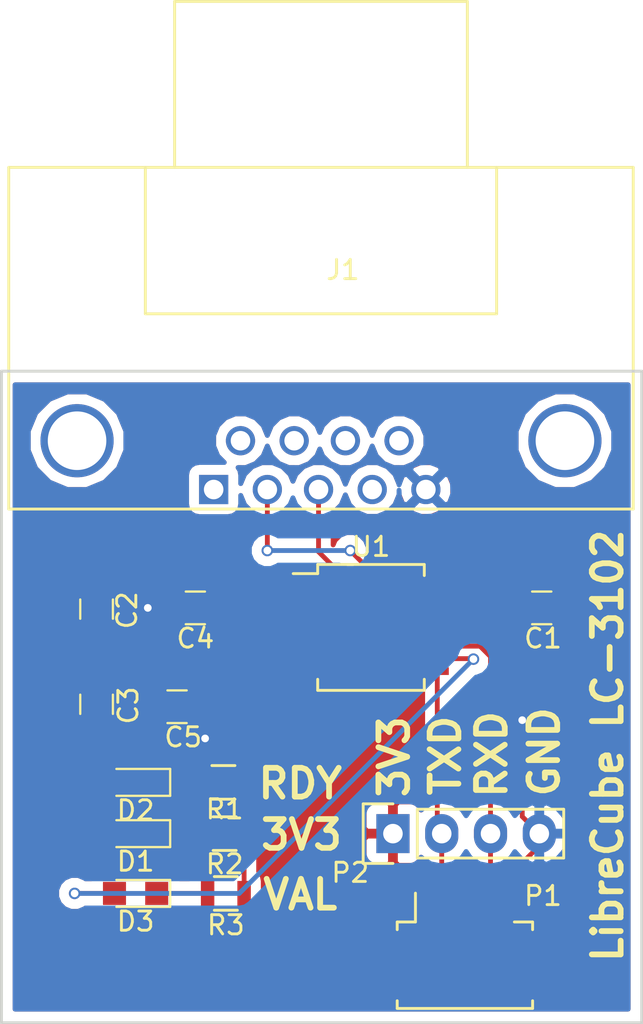
<source format=kicad_pcb>
(kicad_pcb (version 4) (host pcbnew 4.0.5)

  (general
    (links 32)
    (no_connects 0)
    (area 132.512999 74.219999 166.000501 108.279001)
    (thickness 1.6)
    (drawings 12)
    (tracks 114)
    (zones 0)
    (modules 15)
    (nets 24)
  )

  (page A4)
  (layers
    (0 F.Cu signal)
    (31 B.Cu signal)
    (32 B.Adhes user)
    (33 F.Adhes user)
    (34 B.Paste user)
    (35 F.Paste user)
    (36 B.SilkS user)
    (37 F.SilkS user)
    (38 B.Mask user)
    (39 F.Mask user)
    (40 Dwgs.User user)
    (41 Cmts.User user)
    (42 Eco1.User user)
    (43 Eco2.User user)
    (44 Edge.Cuts user)
    (45 Margin user)
    (46 B.CrtYd user hide)
    (47 F.CrtYd user)
    (48 B.Fab user)
    (49 F.Fab user hide)
  )

  (setup
    (last_trace_width 0.25)
    (trace_clearance 0.2)
    (zone_clearance 0.508)
    (zone_45_only yes)
    (trace_min 0.2)
    (segment_width 0.2)
    (edge_width 0.15)
    (via_size 0.6)
    (via_drill 0.4)
    (via_min_size 0.4)
    (via_min_drill 0.3)
    (uvia_size 0.3)
    (uvia_drill 0.1)
    (uvias_allowed no)
    (uvia_min_size 0.2)
    (uvia_min_drill 0.1)
    (pcb_text_width 0.3)
    (pcb_text_size 1.5 1.5)
    (mod_edge_width 0.15)
    (mod_text_size 1 1)
    (mod_text_width 0.15)
    (pad_size 1.524 1.524)
    (pad_drill 0.762)
    (pad_to_mask_clearance 0.2)
    (aux_axis_origin 0 0)
    (visible_elements 7FFFFFFF)
    (pcbplotparams
      (layerselection 0x00020_80000001)
      (usegerberextensions false)
      (excludeedgelayer true)
      (linewidth 0.100000)
      (plotframeref false)
      (viasonmask false)
      (mode 1)
      (useauxorigin false)
      (hpglpennumber 1)
      (hpglpenspeed 20)
      (hpglpendiameter 15)
      (hpglpenoverlay 2)
      (psnegative false)
      (psa4output false)
      (plotreference true)
      (plotvalue true)
      (plotinvisibletext false)
      (padsonsilk false)
      (subtractmaskfromsilk false)
      (outputformat 4)
      (mirror false)
      (drillshape 0)
      (scaleselection 1)
      (outputdirectory ../../production/electrical/))
  )

  (net 0 "")
  (net 1 +3V3)
  (net 2 GND)
  (net 3 "Net-(C2-Pad1)")
  (net 4 "Net-(C2-Pad2)")
  (net 5 "Net-(C3-Pad1)")
  (net 6 "Net-(C3-Pad2)")
  (net 7 "Net-(C4-Pad1)")
  (net 8 "Net-(C5-Pad1)")
  (net 9 "Net-(D1-Pad1)")
  (net 10 "Net-(D2-Pad2)")
  (net 11 "Net-(D2-Pad1)")
  (net 12 "Net-(D3-Pad2)")
  (net 13 "Net-(D3-Pad1)")
  (net 14 "Net-(J1-Pad1)")
  (net 15 RXD_TTL)
  (net 16 TXD_TTL)
  (net 17 "Net-(J1-Pad4)")
  (net 18 "Net-(J1-Pad6)")
  (net 19 "Net-(J1-Pad7)")
  (net 20 "Net-(J1-Pad8)")
  (net 21 "Net-(J1-Pad9)")
  (net 22 TXD)
  (net 23 RXD)

  (net_class Default "Dies ist die voreingestellte Netzklasse."
    (clearance 0.2)
    (trace_width 0.25)
    (via_dia 0.6)
    (via_drill 0.4)
    (uvia_dia 0.3)
    (uvia_drill 0.1)
    (add_net +3V3)
    (add_net GND)
    (add_net "Net-(C2-Pad1)")
    (add_net "Net-(C2-Pad2)")
    (add_net "Net-(C3-Pad1)")
    (add_net "Net-(C3-Pad2)")
    (add_net "Net-(C4-Pad1)")
    (add_net "Net-(C5-Pad1)")
    (add_net "Net-(D1-Pad1)")
    (add_net "Net-(D2-Pad1)")
    (add_net "Net-(D2-Pad2)")
    (add_net "Net-(D3-Pad1)")
    (add_net "Net-(D3-Pad2)")
    (add_net "Net-(J1-Pad1)")
    (add_net "Net-(J1-Pad4)")
    (add_net "Net-(J1-Pad6)")
    (add_net "Net-(J1-Pad7)")
    (add_net "Net-(J1-Pad8)")
    (add_net "Net-(J1-Pad9)")
    (add_net RXD)
    (add_net RXD_TTL)
    (add_net TXD)
    (add_net TXD_TTL)
  )

  (module Housings_SSOP:SSOP-16_5.3x6.2mm_Pitch0.65mm (layer F.Cu) (tedit 54130A77) (tstamp 587A344C)
    (at 151.8285 87.63)
    (descr "SSOP16: plastic shrink small outline package; 16 leads; body width 5.3 mm; (see NXP SSOP-TSSOP-VSO-REFLOW.pdf and sot338-1_po.pdf)")
    (tags "SSOP 0.65")
    (path /587637A4)
    (attr smd)
    (fp_text reference U1 (at 0 -4.2) (layer F.SilkS)
      (effects (font (size 1 1) (thickness 0.15)))
    )
    (fp_text value MAX3227 (at 0 4.2) (layer F.Fab)
      (effects (font (size 1 1) (thickness 0.15)))
    )
    (fp_line (start -1.65 -3.1) (end 2.65 -3.1) (layer F.Fab) (width 0.15))
    (fp_line (start 2.65 -3.1) (end 2.65 3.1) (layer F.Fab) (width 0.15))
    (fp_line (start 2.65 3.1) (end -2.65 3.1) (layer F.Fab) (width 0.15))
    (fp_line (start -2.65 3.1) (end -2.65 -2.1) (layer F.Fab) (width 0.15))
    (fp_line (start -2.65 -2.1) (end -1.65 -3.1) (layer F.Fab) (width 0.15))
    (fp_line (start -4.3 -3.45) (end -4.3 3.45) (layer F.CrtYd) (width 0.05))
    (fp_line (start 4.3 -3.45) (end 4.3 3.45) (layer F.CrtYd) (width 0.05))
    (fp_line (start -4.3 -3.45) (end 4.3 -3.45) (layer F.CrtYd) (width 0.05))
    (fp_line (start -4.3 3.45) (end 4.3 3.45) (layer F.CrtYd) (width 0.05))
    (fp_line (start -2.775 -3.275) (end -2.775 -2.8) (layer F.SilkS) (width 0.15))
    (fp_line (start 2.775 -3.275) (end 2.775 -2.7) (layer F.SilkS) (width 0.15))
    (fp_line (start 2.775 3.275) (end 2.775 2.7) (layer F.SilkS) (width 0.15))
    (fp_line (start -2.775 3.275) (end -2.775 2.7) (layer F.SilkS) (width 0.15))
    (fp_line (start -2.775 -3.275) (end 2.775 -3.275) (layer F.SilkS) (width 0.15))
    (fp_line (start -2.775 3.275) (end 2.775 3.275) (layer F.SilkS) (width 0.15))
    (fp_line (start -2.775 -2.8) (end -4.05 -2.8) (layer F.SilkS) (width 0.15))
    (pad 1 smd rect (at -3.45 -2.275) (size 1.2 0.4) (layers F.Cu F.Paste F.Mask)
      (net 10 "Net-(D2-Pad2)"))
    (pad 2 smd rect (at -3.45 -1.625) (size 1.2 0.4) (layers F.Cu F.Paste F.Mask)
      (net 3 "Net-(C2-Pad1)"))
    (pad 3 smd rect (at -3.45 -0.975) (size 1.2 0.4) (layers F.Cu F.Paste F.Mask)
      (net 7 "Net-(C4-Pad1)"))
    (pad 4 smd rect (at -3.45 -0.325) (size 1.2 0.4) (layers F.Cu F.Paste F.Mask)
      (net 4 "Net-(C2-Pad2)"))
    (pad 5 smd rect (at -3.45 0.325) (size 1.2 0.4) (layers F.Cu F.Paste F.Mask)
      (net 5 "Net-(C3-Pad1)"))
    (pad 6 smd rect (at -3.45 0.975) (size 1.2 0.4) (layers F.Cu F.Paste F.Mask)
      (net 6 "Net-(C3-Pad2)"))
    (pad 7 smd rect (at -3.45 1.625) (size 1.2 0.4) (layers F.Cu F.Paste F.Mask)
      (net 8 "Net-(C5-Pad1)"))
    (pad 8 smd rect (at -3.45 2.275) (size 1.2 0.4) (layers F.Cu F.Paste F.Mask)
      (net 16 TXD_TTL))
    (pad 9 smd rect (at 3.45 2.275) (size 1.2 0.4) (layers F.Cu F.Paste F.Mask)
      (net 22 TXD))
    (pad 10 smd rect (at 3.45 1.625) (size 1.2 0.4) (layers F.Cu F.Paste F.Mask)
      (net 12 "Net-(D3-Pad2)"))
    (pad 11 smd rect (at 3.45 0.975) (size 1.2 0.4) (layers F.Cu F.Paste F.Mask)
      (net 23 RXD))
    (pad 12 smd rect (at 3.45 0.325) (size 1.2 0.4) (layers F.Cu F.Paste F.Mask)
      (net 1 +3V3))
    (pad 13 smd rect (at 3.45 -0.325) (size 1.2 0.4) (layers F.Cu F.Paste F.Mask)
      (net 15 RXD_TTL))
    (pad 14 smd rect (at 3.45 -0.975) (size 1.2 0.4) (layers F.Cu F.Paste F.Mask)
      (net 2 GND))
    (pad 15 smd rect (at 3.45 -1.625) (size 1.2 0.4) (layers F.Cu F.Paste F.Mask)
      (net 1 +3V3))
    (pad 16 smd rect (at 3.45 -2.275) (size 1.2 0.4) (layers F.Cu F.Paste F.Mask)
      (net 1 +3V3))
    (model Housings_SSOP.3dshapes/SSOP-16_5.3x6.2mm_Pitch0.65mm.wrl
      (at (xyz 0 0 0))
      (scale (xyz 1 1 1))
      (rotate (xyz 0 0 0))
    )
  )

  (module Capacitors_SMD:C_0805 (layer F.Cu) (tedit 587A63B0) (tstamp 587A33DD)
    (at 160.7185 86.614 180)
    (descr "Capacitor SMD 0805, reflow soldering, AVX (see smccp.pdf)")
    (tags "capacitor 0805")
    (path /58762CC8)
    (attr smd)
    (fp_text reference C1 (at -0.0635 -1.5875 180) (layer F.SilkS)
      (effects (font (size 1 1) (thickness 0.15)))
    )
    (fp_text value 0.1uF (at 0 2.1 180) (layer F.Fab)
      (effects (font (size 1 1) (thickness 0.15)))
    )
    (fp_line (start -1 0.625) (end -1 -0.625) (layer F.Fab) (width 0.1))
    (fp_line (start 1 0.625) (end -1 0.625) (layer F.Fab) (width 0.1))
    (fp_line (start 1 -0.625) (end 1 0.625) (layer F.Fab) (width 0.1))
    (fp_line (start -1 -0.625) (end 1 -0.625) (layer F.Fab) (width 0.1))
    (fp_line (start -1.8 -1) (end 1.8 -1) (layer F.CrtYd) (width 0.05))
    (fp_line (start -1.8 1) (end 1.8 1) (layer F.CrtYd) (width 0.05))
    (fp_line (start -1.8 -1) (end -1.8 1) (layer F.CrtYd) (width 0.05))
    (fp_line (start 1.8 -1) (end 1.8 1) (layer F.CrtYd) (width 0.05))
    (fp_line (start 0.5 -0.85) (end -0.5 -0.85) (layer F.SilkS) (width 0.12))
    (fp_line (start -0.5 0.85) (end 0.5 0.85) (layer F.SilkS) (width 0.12))
    (pad 1 smd rect (at -1 0 180) (size 1 1.25) (layers F.Cu F.Paste F.Mask)
      (net 1 +3V3))
    (pad 2 smd rect (at 1 0 180) (size 1 1.25) (layers F.Cu F.Paste F.Mask)
      (net 2 GND))
    (model Capacitors_SMD.3dshapes/C_0805.wrl
      (at (xyz 0 0 0))
      (scale (xyz 1 1 1))
      (rotate (xyz 0 0 0))
    )
  )

  (module Capacitors_SMD:C_0805 (layer F.Cu) (tedit 587A63A8) (tstamp 587A33E3)
    (at 137.541 86.6775 270)
    (descr "Capacitor SMD 0805, reflow soldering, AVX (see smccp.pdf)")
    (tags "capacitor 0805")
    (path /58762F3C)
    (attr smd)
    (fp_text reference C2 (at 0.0635 -1.5875 270) (layer F.SilkS)
      (effects (font (size 1 1) (thickness 0.15)))
    )
    (fp_text value 0.1uF (at 0 2.1 270) (layer F.Fab)
      (effects (font (size 1 1) (thickness 0.15)))
    )
    (fp_line (start -1 0.625) (end -1 -0.625) (layer F.Fab) (width 0.1))
    (fp_line (start 1 0.625) (end -1 0.625) (layer F.Fab) (width 0.1))
    (fp_line (start 1 -0.625) (end 1 0.625) (layer F.Fab) (width 0.1))
    (fp_line (start -1 -0.625) (end 1 -0.625) (layer F.Fab) (width 0.1))
    (fp_line (start -1.8 -1) (end 1.8 -1) (layer F.CrtYd) (width 0.05))
    (fp_line (start -1.8 1) (end 1.8 1) (layer F.CrtYd) (width 0.05))
    (fp_line (start -1.8 -1) (end -1.8 1) (layer F.CrtYd) (width 0.05))
    (fp_line (start 1.8 -1) (end 1.8 1) (layer F.CrtYd) (width 0.05))
    (fp_line (start 0.5 -0.85) (end -0.5 -0.85) (layer F.SilkS) (width 0.12))
    (fp_line (start -0.5 0.85) (end 0.5 0.85) (layer F.SilkS) (width 0.12))
    (pad 1 smd rect (at -1 0 270) (size 1 1.25) (layers F.Cu F.Paste F.Mask)
      (net 3 "Net-(C2-Pad1)"))
    (pad 2 smd rect (at 1 0 270) (size 1 1.25) (layers F.Cu F.Paste F.Mask)
      (net 4 "Net-(C2-Pad2)"))
    (model Capacitors_SMD.3dshapes/C_0805.wrl
      (at (xyz 0 0 0))
      (scale (xyz 1 1 1))
      (rotate (xyz 0 0 0))
    )
  )

  (module Capacitors_SMD:C_0805 (layer F.Cu) (tedit 587A63D6) (tstamp 587A33E9)
    (at 137.541 91.6305 270)
    (descr "Capacitor SMD 0805, reflow soldering, AVX (see smccp.pdf)")
    (tags "capacitor 0805")
    (path /58763047)
    (attr smd)
    (fp_text reference C3 (at 0.0635 -1.651 270) (layer F.SilkS)
      (effects (font (size 1 1) (thickness 0.15)))
    )
    (fp_text value 0.1uF (at 0 2.1 270) (layer F.Fab)
      (effects (font (size 1 1) (thickness 0.15)))
    )
    (fp_line (start -1 0.625) (end -1 -0.625) (layer F.Fab) (width 0.1))
    (fp_line (start 1 0.625) (end -1 0.625) (layer F.Fab) (width 0.1))
    (fp_line (start 1 -0.625) (end 1 0.625) (layer F.Fab) (width 0.1))
    (fp_line (start -1 -0.625) (end 1 -0.625) (layer F.Fab) (width 0.1))
    (fp_line (start -1.8 -1) (end 1.8 -1) (layer F.CrtYd) (width 0.05))
    (fp_line (start -1.8 1) (end 1.8 1) (layer F.CrtYd) (width 0.05))
    (fp_line (start -1.8 -1) (end -1.8 1) (layer F.CrtYd) (width 0.05))
    (fp_line (start 1.8 -1) (end 1.8 1) (layer F.CrtYd) (width 0.05))
    (fp_line (start 0.5 -0.85) (end -0.5 -0.85) (layer F.SilkS) (width 0.12))
    (fp_line (start -0.5 0.85) (end 0.5 0.85) (layer F.SilkS) (width 0.12))
    (pad 1 smd rect (at -1 0 270) (size 1 1.25) (layers F.Cu F.Paste F.Mask)
      (net 5 "Net-(C3-Pad1)"))
    (pad 2 smd rect (at 1 0 270) (size 1 1.25) (layers F.Cu F.Paste F.Mask)
      (net 6 "Net-(C3-Pad2)"))
    (model Capacitors_SMD.3dshapes/C_0805.wrl
      (at (xyz 0 0 0))
      (scale (xyz 1 1 1))
      (rotate (xyz 0 0 0))
    )
  )

  (module Capacitors_SMD:C_0805 (layer F.Cu) (tedit 587A63A5) (tstamp 587A33EF)
    (at 142.6845 86.614 180)
    (descr "Capacitor SMD 0805, reflow soldering, AVX (see smccp.pdf)")
    (tags "capacitor 0805")
    (path /5876307C)
    (attr smd)
    (fp_text reference C4 (at 0 -1.5875 180) (layer F.SilkS)
      (effects (font (size 1 1) (thickness 0.15)))
    )
    (fp_text value 0.1uF (at 0 2.1 180) (layer F.Fab)
      (effects (font (size 1 1) (thickness 0.15)))
    )
    (fp_line (start -1 0.625) (end -1 -0.625) (layer F.Fab) (width 0.1))
    (fp_line (start 1 0.625) (end -1 0.625) (layer F.Fab) (width 0.1))
    (fp_line (start 1 -0.625) (end 1 0.625) (layer F.Fab) (width 0.1))
    (fp_line (start -1 -0.625) (end 1 -0.625) (layer F.Fab) (width 0.1))
    (fp_line (start -1.8 -1) (end 1.8 -1) (layer F.CrtYd) (width 0.05))
    (fp_line (start -1.8 1) (end 1.8 1) (layer F.CrtYd) (width 0.05))
    (fp_line (start -1.8 -1) (end -1.8 1) (layer F.CrtYd) (width 0.05))
    (fp_line (start 1.8 -1) (end 1.8 1) (layer F.CrtYd) (width 0.05))
    (fp_line (start 0.5 -0.85) (end -0.5 -0.85) (layer F.SilkS) (width 0.12))
    (fp_line (start -0.5 0.85) (end 0.5 0.85) (layer F.SilkS) (width 0.12))
    (pad 1 smd rect (at -1 0 180) (size 1 1.25) (layers F.Cu F.Paste F.Mask)
      (net 7 "Net-(C4-Pad1)"))
    (pad 2 smd rect (at 1 0 180) (size 1 1.25) (layers F.Cu F.Paste F.Mask)
      (net 2 GND))
    (model Capacitors_SMD.3dshapes/C_0805.wrl
      (at (xyz 0 0 0))
      (scale (xyz 1 1 1))
      (rotate (xyz 0 0 0))
    )
  )

  (module Capacitors_SMD:C_0805 (layer F.Cu) (tedit 587A63A0) (tstamp 587A33F5)
    (at 141.732 91.7575 180)
    (descr "Capacitor SMD 0805, reflow soldering, AVX (see smccp.pdf)")
    (tags "capacitor 0805")
    (path /587630F2)
    (attr smd)
    (fp_text reference C5 (at -0.3175 -1.5875 180) (layer F.SilkS)
      (effects (font (size 1 1) (thickness 0.15)))
    )
    (fp_text value 0.1uF (at 0 2.1 180) (layer F.Fab)
      (effects (font (size 1 1) (thickness 0.15)))
    )
    (fp_line (start -1 0.625) (end -1 -0.625) (layer F.Fab) (width 0.1))
    (fp_line (start 1 0.625) (end -1 0.625) (layer F.Fab) (width 0.1))
    (fp_line (start 1 -0.625) (end 1 0.625) (layer F.Fab) (width 0.1))
    (fp_line (start -1 -0.625) (end 1 -0.625) (layer F.Fab) (width 0.1))
    (fp_line (start -1.8 -1) (end 1.8 -1) (layer F.CrtYd) (width 0.05))
    (fp_line (start -1.8 1) (end 1.8 1) (layer F.CrtYd) (width 0.05))
    (fp_line (start -1.8 -1) (end -1.8 1) (layer F.CrtYd) (width 0.05))
    (fp_line (start 1.8 -1) (end 1.8 1) (layer F.CrtYd) (width 0.05))
    (fp_line (start 0.5 -0.85) (end -0.5 -0.85) (layer F.SilkS) (width 0.12))
    (fp_line (start -0.5 0.85) (end 0.5 0.85) (layer F.SilkS) (width 0.12))
    (pad 1 smd rect (at -1 0 180) (size 1 1.25) (layers F.Cu F.Paste F.Mask)
      (net 8 "Net-(C5-Pad1)"))
    (pad 2 smd rect (at 1 0 180) (size 1 1.25) (layers F.Cu F.Paste F.Mask)
      (net 2 GND))
    (model Capacitors_SMD.3dshapes/C_0805.wrl
      (at (xyz 0 0 0))
      (scale (xyz 1 1 1))
      (rotate (xyz 0 0 0))
    )
  )

  (module LEDs:LED_0805 (layer F.Cu) (tedit 57FE93EC) (tstamp 587A33FB)
    (at 139.573 98.3615 180)
    (descr "LED 0805 smd package")
    (tags "LED led 0805 SMD smd SMT smt smdled SMDLED smtled SMTLED")
    (path /58762BED)
    (attr smd)
    (fp_text reference D1 (at 0 -1.45 180) (layer F.SilkS)
      (effects (font (size 1 1) (thickness 0.15)))
    )
    (fp_text value LED_Small (at 0 1.55 180) (layer F.Fab)
      (effects (font (size 1 1) (thickness 0.15)))
    )
    (fp_line (start -1.8 -0.7) (end -1.8 0.7) (layer F.SilkS) (width 0.12))
    (fp_line (start -0.4 -0.4) (end -0.4 0.4) (layer F.Fab) (width 0.1))
    (fp_line (start -0.4 0) (end 0.2 -0.4) (layer F.Fab) (width 0.1))
    (fp_line (start 0.2 0.4) (end -0.4 0) (layer F.Fab) (width 0.1))
    (fp_line (start 0.2 -0.4) (end 0.2 0.4) (layer F.Fab) (width 0.1))
    (fp_line (start 1 0.6) (end -1 0.6) (layer F.Fab) (width 0.1))
    (fp_line (start 1 -0.6) (end 1 0.6) (layer F.Fab) (width 0.1))
    (fp_line (start -1 -0.6) (end 1 -0.6) (layer F.Fab) (width 0.1))
    (fp_line (start -1 0.6) (end -1 -0.6) (layer F.Fab) (width 0.1))
    (fp_line (start -1.8 0.7) (end 1 0.7) (layer F.SilkS) (width 0.12))
    (fp_line (start -1.8 -0.7) (end 1 -0.7) (layer F.SilkS) (width 0.12))
    (fp_line (start 1.95 -0.85) (end 1.95 0.85) (layer F.CrtYd) (width 0.05))
    (fp_line (start 1.95 0.85) (end -1.95 0.85) (layer F.CrtYd) (width 0.05))
    (fp_line (start -1.95 0.85) (end -1.95 -0.85) (layer F.CrtYd) (width 0.05))
    (fp_line (start -1.95 -0.85) (end 1.95 -0.85) (layer F.CrtYd) (width 0.05))
    (pad 2 smd rect (at 1.1 0) (size 1.2 1.2) (layers F.Cu F.Paste F.Mask)
      (net 1 +3V3))
    (pad 1 smd rect (at -1.1 0) (size 1.2 1.2) (layers F.Cu F.Paste F.Mask)
      (net 9 "Net-(D1-Pad1)"))
    (model LEDs.3dshapes/LED_0805.wrl
      (at (xyz 0 0 0))
      (scale (xyz 1 1 1))
      (rotate (xyz 0 0 180))
    )
  )

  (module LEDs:LED_0805 (layer F.Cu) (tedit 57FE93EC) (tstamp 587A3401)
    (at 139.573 95.6945 180)
    (descr "LED 0805 smd package")
    (tags "LED led 0805 SMD smd SMT smt smdled SMDLED smtled SMTLED")
    (path /58787073)
    (attr smd)
    (fp_text reference D2 (at 0 -1.45 180) (layer F.SilkS)
      (effects (font (size 1 1) (thickness 0.15)))
    )
    (fp_text value LED_Small (at 0 1.55 180) (layer F.Fab)
      (effects (font (size 1 1) (thickness 0.15)))
    )
    (fp_line (start -1.8 -0.7) (end -1.8 0.7) (layer F.SilkS) (width 0.12))
    (fp_line (start -0.4 -0.4) (end -0.4 0.4) (layer F.Fab) (width 0.1))
    (fp_line (start -0.4 0) (end 0.2 -0.4) (layer F.Fab) (width 0.1))
    (fp_line (start 0.2 0.4) (end -0.4 0) (layer F.Fab) (width 0.1))
    (fp_line (start 0.2 -0.4) (end 0.2 0.4) (layer F.Fab) (width 0.1))
    (fp_line (start 1 0.6) (end -1 0.6) (layer F.Fab) (width 0.1))
    (fp_line (start 1 -0.6) (end 1 0.6) (layer F.Fab) (width 0.1))
    (fp_line (start -1 -0.6) (end 1 -0.6) (layer F.Fab) (width 0.1))
    (fp_line (start -1 0.6) (end -1 -0.6) (layer F.Fab) (width 0.1))
    (fp_line (start -1.8 0.7) (end 1 0.7) (layer F.SilkS) (width 0.12))
    (fp_line (start -1.8 -0.7) (end 1 -0.7) (layer F.SilkS) (width 0.12))
    (fp_line (start 1.95 -0.85) (end 1.95 0.85) (layer F.CrtYd) (width 0.05))
    (fp_line (start 1.95 0.85) (end -1.95 0.85) (layer F.CrtYd) (width 0.05))
    (fp_line (start -1.95 0.85) (end -1.95 -0.85) (layer F.CrtYd) (width 0.05))
    (fp_line (start -1.95 -0.85) (end 1.95 -0.85) (layer F.CrtYd) (width 0.05))
    (pad 2 smd rect (at 1.1 0) (size 1.2 1.2) (layers F.Cu F.Paste F.Mask)
      (net 10 "Net-(D2-Pad2)"))
    (pad 1 smd rect (at -1.1 0) (size 1.2 1.2) (layers F.Cu F.Paste F.Mask)
      (net 11 "Net-(D2-Pad1)"))
    (model LEDs.3dshapes/LED_0805.wrl
      (at (xyz 0 0 0))
      (scale (xyz 1 1 1))
      (rotate (xyz 0 0 180))
    )
  )

  (module LEDs:LED_0805 (layer F.Cu) (tedit 587A6382) (tstamp 587A3407)
    (at 139.573 101.473 180)
    (descr "LED 0805 smd package")
    (tags "LED led 0805 SMD smd SMT smt smdled SMDLED smtled SMTLED")
    (path /5878D049)
    (attr smd)
    (fp_text reference D3 (at 0 -1.4605 180) (layer F.SilkS)
      (effects (font (size 1 1) (thickness 0.15)))
    )
    (fp_text value LED_Small (at 0 1.55 180) (layer F.Fab)
      (effects (font (size 1 1) (thickness 0.15)))
    )
    (fp_line (start -1.8 -0.7) (end -1.8 0.7) (layer F.SilkS) (width 0.12))
    (fp_line (start -0.4 -0.4) (end -0.4 0.4) (layer F.Fab) (width 0.1))
    (fp_line (start -0.4 0) (end 0.2 -0.4) (layer F.Fab) (width 0.1))
    (fp_line (start 0.2 0.4) (end -0.4 0) (layer F.Fab) (width 0.1))
    (fp_line (start 0.2 -0.4) (end 0.2 0.4) (layer F.Fab) (width 0.1))
    (fp_line (start 1 0.6) (end -1 0.6) (layer F.Fab) (width 0.1))
    (fp_line (start 1 -0.6) (end 1 0.6) (layer F.Fab) (width 0.1))
    (fp_line (start -1 -0.6) (end 1 -0.6) (layer F.Fab) (width 0.1))
    (fp_line (start -1 0.6) (end -1 -0.6) (layer F.Fab) (width 0.1))
    (fp_line (start -1.8 0.7) (end 1 0.7) (layer F.SilkS) (width 0.12))
    (fp_line (start -1.8 -0.7) (end 1 -0.7) (layer F.SilkS) (width 0.12))
    (fp_line (start 1.95 -0.85) (end 1.95 0.85) (layer F.CrtYd) (width 0.05))
    (fp_line (start 1.95 0.85) (end -1.95 0.85) (layer F.CrtYd) (width 0.05))
    (fp_line (start -1.95 0.85) (end -1.95 -0.85) (layer F.CrtYd) (width 0.05))
    (fp_line (start -1.95 -0.85) (end 1.95 -0.85) (layer F.CrtYd) (width 0.05))
    (pad 2 smd rect (at 1.1 0) (size 1.2 1.2) (layers F.Cu F.Paste F.Mask)
      (net 12 "Net-(D3-Pad2)"))
    (pad 1 smd rect (at -1.1 0) (size 1.2 1.2) (layers F.Cu F.Paste F.Mask)
      (net 13 "Net-(D3-Pad1)"))
    (model LEDs.3dshapes/LED_0805.wrl
      (at (xyz 0 0 0))
      (scale (xyz 1 1 1))
      (rotate (xyz 0 0 180))
    )
  )

  (module Connectors:DB9FC (layer F.Cu) (tedit 0) (tstamp 587A3416)
    (at 149.098 79.1845)
    (descr "Connecteur DB9 femelle couche")
    (tags "CONN DB9")
    (path /58762A17)
    (fp_text reference J1 (at 1.27 -10.16) (layer F.SilkS)
      (effects (font (size 1 1) (thickness 0.15)))
    )
    (fp_text value DB9 (at 1.27 -3.81) (layer F.Fab)
      (effects (font (size 1 1) (thickness 0.15)))
    )
    (fp_line (start -16.129 2.286) (end 16.383 2.286) (layer F.SilkS) (width 0.15))
    (fp_line (start 16.383 2.286) (end 16.383 -15.494) (layer F.SilkS) (width 0.15))
    (fp_line (start 16.383 -15.494) (end -16.129 -15.494) (layer F.SilkS) (width 0.15))
    (fp_line (start -16.129 -15.494) (end -16.129 2.286) (layer F.SilkS) (width 0.15))
    (fp_line (start -9.017 -15.494) (end -9.017 -7.874) (layer F.SilkS) (width 0.15))
    (fp_line (start -9.017 -7.874) (end 9.271 -7.874) (layer F.SilkS) (width 0.15))
    (fp_line (start 9.271 -7.874) (end 9.271 -15.494) (layer F.SilkS) (width 0.15))
    (fp_line (start -7.493 -15.494) (end -7.493 -24.13) (layer F.SilkS) (width 0.15))
    (fp_line (start -7.493 -24.13) (end 7.747 -24.13) (layer F.SilkS) (width 0.15))
    (fp_line (start 7.747 -24.13) (end 7.747 -15.494) (layer F.SilkS) (width 0.15))
    (pad "" thru_hole circle (at 12.827 -1.27) (size 3.81 3.81) (drill 3.048) (layers *.Cu *.Mask))
    (pad "" thru_hole circle (at -12.573 -1.27) (size 3.81 3.81) (drill 3.048) (layers *.Cu *.Mask))
    (pad 1 thru_hole rect (at -5.461 1.27) (size 1.524 1.524) (drill 1.016) (layers *.Cu *.Mask)
      (net 14 "Net-(J1-Pad1)"))
    (pad 2 thru_hole circle (at -2.667 1.27) (size 1.524 1.524) (drill 1.016) (layers *.Cu *.Mask)
      (net 15 RXD_TTL))
    (pad 3 thru_hole circle (at 0 1.27) (size 1.524 1.524) (drill 1.016) (layers *.Cu *.Mask)
      (net 16 TXD_TTL))
    (pad 4 thru_hole circle (at 2.794 1.27) (size 1.524 1.524) (drill 1.016) (layers *.Cu *.Mask)
      (net 17 "Net-(J1-Pad4)"))
    (pad 5 thru_hole circle (at 5.588 1.27) (size 1.524 1.524) (drill 1.016) (layers *.Cu *.Mask)
      (net 2 GND))
    (pad 6 thru_hole circle (at -4.064 -1.27) (size 1.524 1.524) (drill 1.016) (layers *.Cu *.Mask)
      (net 18 "Net-(J1-Pad6)"))
    (pad 7 thru_hole circle (at -1.27 -1.27) (size 1.524 1.524) (drill 1.016) (layers *.Cu *.Mask)
      (net 19 "Net-(J1-Pad7)"))
    (pad 8 thru_hole circle (at 1.397 -1.27) (size 1.524 1.524) (drill 1.016) (layers *.Cu *.Mask)
      (net 20 "Net-(J1-Pad8)"))
    (pad 9 thru_hole circle (at 4.191 -1.27) (size 1.524 1.524) (drill 1.016) (layers *.Cu *.Mask)
      (net 21 "Net-(J1-Pad9)"))
    (model Connect.3dshapes/DB9FC.wrl
      (at (xyz 0 0 0))
      (scale (xyz 1 1 1))
      (rotate (xyz 0 0 0))
    )
  )

  (module Socket_Strips:Socket_Strip_Straight_1x04 (layer F.Cu) (tedit 587CE7D5) (tstamp 587A3426)
    (at 152.9715 98.3615)
    (descr "Through hole socket strip")
    (tags "socket strip")
    (path /5877C25C)
    (fp_text reference P2 (at -2.2225 2.032) (layer F.SilkS)
      (effects (font (size 1 1) (thickness 0.15)))
    )
    (fp_text value CONN_01X04 (at 2.667 -2.54) (layer F.Fab)
      (effects (font (size 1 1) (thickness 0.15)))
    )
    (fp_line (start -1.75 -1.75) (end -1.75 1.75) (layer F.CrtYd) (width 0.05))
    (fp_line (start 9.4 -1.75) (end 9.4 1.75) (layer F.CrtYd) (width 0.05))
    (fp_line (start -1.75 -1.75) (end 9.4 -1.75) (layer F.CrtYd) (width 0.05))
    (fp_line (start -1.75 1.75) (end 9.4 1.75) (layer F.CrtYd) (width 0.05))
    (fp_line (start 1.27 -1.27) (end 8.89 -1.27) (layer F.SilkS) (width 0.15))
    (fp_line (start 1.27 1.27) (end 8.89 1.27) (layer F.SilkS) (width 0.15))
    (fp_line (start -1.55 1.55) (end 0 1.55) (layer F.SilkS) (width 0.15))
    (fp_line (start 8.89 -1.27) (end 8.89 1.27) (layer F.SilkS) (width 0.15))
    (fp_line (start 1.27 1.27) (end 1.27 -1.27) (layer F.SilkS) (width 0.15))
    (fp_line (start 0 -1.55) (end -1.55 -1.55) (layer F.SilkS) (width 0.15))
    (fp_line (start -1.55 -1.55) (end -1.55 1.55) (layer F.SilkS) (width 0.15))
    (pad 1 thru_hole rect (at 0 0) (size 1.7272 2.032) (drill 1.016) (layers *.Cu *.Mask)
      (net 1 +3V3))
    (pad 2 thru_hole oval (at 2.54 0) (size 1.7272 2.032) (drill 1.016) (layers *.Cu *.Mask)
      (net 22 TXD))
    (pad 3 thru_hole oval (at 5.08 0) (size 1.7272 2.032) (drill 1.016) (layers *.Cu *.Mask)
      (net 23 RXD))
    (pad 4 thru_hole oval (at 7.62 0) (size 1.7272 2.032) (drill 1.016) (layers *.Cu *.Mask)
      (net 2 GND))
    (model Socket_Strips.3dshapes/Socket_Strip_Straight_1x04.wrl
      (at (xyz 0.15 0 0))
      (scale (xyz 1 1 1))
      (rotate (xyz 0 0 180))
    )
  )

  (module Resistors_SMD:R_0805 (layer F.Cu) (tedit 587A6397) (tstamp 587A342C)
    (at 144.2085 98.3615)
    (descr "Resistor SMD 0805, reflow soldering, Vishay (see dcrcw.pdf)")
    (tags "resistor 0805")
    (path /587631B5)
    (attr smd)
    (fp_text reference R1 (at 0 -1.27) (layer F.SilkS)
      (effects (font (size 1 1) (thickness 0.15)))
    )
    (fp_text value 1.5k (at 0 2.1) (layer F.Fab)
      (effects (font (size 1 1) (thickness 0.15)))
    )
    (fp_line (start -1 0.625) (end -1 -0.625) (layer F.Fab) (width 0.1))
    (fp_line (start 1 0.625) (end -1 0.625) (layer F.Fab) (width 0.1))
    (fp_line (start 1 -0.625) (end 1 0.625) (layer F.Fab) (width 0.1))
    (fp_line (start -1 -0.625) (end 1 -0.625) (layer F.Fab) (width 0.1))
    (fp_line (start -1.6 -1) (end 1.6 -1) (layer F.CrtYd) (width 0.05))
    (fp_line (start -1.6 1) (end 1.6 1) (layer F.CrtYd) (width 0.05))
    (fp_line (start -1.6 -1) (end -1.6 1) (layer F.CrtYd) (width 0.05))
    (fp_line (start 1.6 -1) (end 1.6 1) (layer F.CrtYd) (width 0.05))
    (fp_line (start 0.6 0.875) (end -0.6 0.875) (layer F.SilkS) (width 0.15))
    (fp_line (start -0.6 -0.875) (end 0.6 -0.875) (layer F.SilkS) (width 0.15))
    (pad 1 smd rect (at -0.95 0) (size 0.7 1.3) (layers F.Cu F.Paste F.Mask)
      (net 9 "Net-(D1-Pad1)"))
    (pad 2 smd rect (at 0.95 0) (size 0.7 1.3) (layers F.Cu F.Paste F.Mask)
      (net 2 GND))
    (model Resistors_SMD.3dshapes/R_0805.wrl
      (at (xyz 0 0 0))
      (scale (xyz 1 1 1))
      (rotate (xyz 0 0 0))
    )
  )

  (module Resistors_SMD:R_0805 (layer F.Cu) (tedit 587A638B) (tstamp 587A3432)
    (at 144.145 95.6945 180)
    (descr "Resistor SMD 0805, reflow soldering, Vishay (see dcrcw.pdf)")
    (tags "resistor 0805")
    (path /5878729C)
    (attr smd)
    (fp_text reference R2 (at -0.0635 -4.2545 180) (layer F.SilkS)
      (effects (font (size 1 1) (thickness 0.15)))
    )
    (fp_text value 1.5k (at 0 2.1 180) (layer F.Fab)
      (effects (font (size 1 1) (thickness 0.15)))
    )
    (fp_line (start -1 0.625) (end -1 -0.625) (layer F.Fab) (width 0.1))
    (fp_line (start 1 0.625) (end -1 0.625) (layer F.Fab) (width 0.1))
    (fp_line (start 1 -0.625) (end 1 0.625) (layer F.Fab) (width 0.1))
    (fp_line (start -1 -0.625) (end 1 -0.625) (layer F.Fab) (width 0.1))
    (fp_line (start -1.6 -1) (end 1.6 -1) (layer F.CrtYd) (width 0.05))
    (fp_line (start -1.6 1) (end 1.6 1) (layer F.CrtYd) (width 0.05))
    (fp_line (start -1.6 -1) (end -1.6 1) (layer F.CrtYd) (width 0.05))
    (fp_line (start 1.6 -1) (end 1.6 1) (layer F.CrtYd) (width 0.05))
    (fp_line (start 0.6 0.875) (end -0.6 0.875) (layer F.SilkS) (width 0.15))
    (fp_line (start -0.6 -0.875) (end 0.6 -0.875) (layer F.SilkS) (width 0.15))
    (pad 1 smd rect (at -0.95 0 180) (size 0.7 1.3) (layers F.Cu F.Paste F.Mask)
      (net 2 GND))
    (pad 2 smd rect (at 0.95 0 180) (size 0.7 1.3) (layers F.Cu F.Paste F.Mask)
      (net 11 "Net-(D2-Pad1)"))
    (model Resistors_SMD.3dshapes/R_0805.wrl
      (at (xyz 0 0 0))
      (scale (xyz 1 1 1))
      (rotate (xyz 0 0 0))
    )
  )

  (module Resistors_SMD:R_0805 (layer F.Cu) (tedit 587A6386) (tstamp 587A3438)
    (at 144.272 101.473)
    (descr "Resistor SMD 0805, reflow soldering, Vishay (see dcrcw.pdf)")
    (tags "resistor 0805")
    (path /5878D0A0)
    (attr smd)
    (fp_text reference R3 (at 0 1.651) (layer F.SilkS)
      (effects (font (size 1 1) (thickness 0.15)))
    )
    (fp_text value 1.5k (at 0 2.1) (layer F.Fab)
      (effects (font (size 1 1) (thickness 0.15)))
    )
    (fp_line (start -1 0.625) (end -1 -0.625) (layer F.Fab) (width 0.1))
    (fp_line (start 1 0.625) (end -1 0.625) (layer F.Fab) (width 0.1))
    (fp_line (start 1 -0.625) (end 1 0.625) (layer F.Fab) (width 0.1))
    (fp_line (start -1 -0.625) (end 1 -0.625) (layer F.Fab) (width 0.1))
    (fp_line (start -1.6 -1) (end 1.6 -1) (layer F.CrtYd) (width 0.05))
    (fp_line (start -1.6 1) (end 1.6 1) (layer F.CrtYd) (width 0.05))
    (fp_line (start -1.6 -1) (end -1.6 1) (layer F.CrtYd) (width 0.05))
    (fp_line (start 1.6 -1) (end 1.6 1) (layer F.CrtYd) (width 0.05))
    (fp_line (start 0.6 0.875) (end -0.6 0.875) (layer F.SilkS) (width 0.15))
    (fp_line (start -0.6 -0.875) (end 0.6 -0.875) (layer F.SilkS) (width 0.15))
    (pad 1 smd rect (at -0.95 0) (size 0.7 1.3) (layers F.Cu F.Paste F.Mask)
      (net 13 "Net-(D3-Pad1)"))
    (pad 2 smd rect (at 0.95 0) (size 0.7 1.3) (layers F.Cu F.Paste F.Mask)
      (net 2 GND))
    (model Resistors_SMD.3dshapes/R_0805.wrl
      (at (xyz 0 0 0))
      (scale (xyz 1 1 1))
      (rotate (xyz 0 0 0))
    )
  )

  (module Connectors_Molex:Molex_PicoBlade_53261-0471_04x1.25mm_Angled (layer F.Cu) (tedit 587CE772) (tstamp 587A341E)
    (at 156.718 103.759)
    (descr "Molex PicoBlade, single row, side entry type, surface mount, PN:53261-0471")
    (tags "connector molex picoblade smt")
    (path /58763170)
    (attr smd)
    (fp_text reference P1 (at 4.064 -2.159) (layer F.SilkS)
      (effects (font (size 1 1) (thickness 0.15)))
    )
    (fp_text value CONN_01X04 (at -10.9855 3.302) (layer F.Fab)
      (effects (font (size 1 1) (thickness 0.15)))
    )
    (fp_line (start -3.375 3.55) (end -3.375 -0.65) (layer F.Fab) (width 0.15))
    (fp_line (start -3.375 -0.65) (end 3.375 -0.65) (layer F.Fab) (width 0.15))
    (fp_line (start 3.375 -0.65) (end 3.375 3.55) (layer F.Fab) (width 0.15))
    (fp_line (start 3.375 3.55) (end -3.375 3.55) (layer F.Fab) (width 0.15))
    (fp_line (start 3.375 0.35) (end 4.875 0.35) (layer F.Fab) (width 0.15))
    (fp_line (start 4.875 0.35) (end 4.875 3.15) (layer F.Fab) (width 0.15))
    (fp_line (start 4.875 3.15) (end 3.375 3.15) (layer F.Fab) (width 0.15))
    (fp_line (start -3.375 0.35) (end -4.875 0.35) (layer F.Fab) (width 0.15))
    (fp_line (start -4.875 0.35) (end -4.875 3.15) (layer F.Fab) (width 0.15))
    (fp_line (start -4.875 3.15) (end -3.375 3.15) (layer F.Fab) (width 0.15))
    (fp_line (start 2.575 -0.8) (end 3.525 -0.8) (layer F.SilkS) (width 0.15))
    (fp_line (start 3.525 -0.8) (end 3.525 -0.4) (layer F.SilkS) (width 0.15))
    (fp_line (start -2.575 -0.8) (end -3.525 -0.8) (layer F.SilkS) (width 0.15))
    (fp_line (start -3.525 -0.8) (end -3.525 -0.4) (layer F.SilkS) (width 0.15))
    (fp_line (start 3.525 3.3) (end 3.525 3.7) (layer F.SilkS) (width 0.15))
    (fp_line (start 3.525 3.7) (end 0 3.7) (layer F.SilkS) (width 0.15))
    (fp_line (start -3.525 3.3) (end -3.525 3.7) (layer F.SilkS) (width 0.15))
    (fp_line (start -3.525 3.7) (end 0 3.7) (layer F.SilkS) (width 0.15))
    (fp_line (start -2.575 -0.8) (end -2.575 -2.3) (layer F.SilkS) (width 0.15))
    (fp_line (start -2.275 -0.65) (end -1.875 0.15) (layer F.Fab) (width 0.15))
    (fp_line (start -1.875 0.15) (end -1.475 -0.65) (layer F.Fab) (width 0.15))
    (fp_line (start -1.475 -0.65) (end -2.275 -0.65) (layer F.Fab) (width 0.15))
    (fp_line (start 0 -2.85) (end -3.05 -2.85) (layer F.CrtYd) (width 0.05))
    (fp_line (start -3.05 -2.85) (end -3.05 -1.25) (layer F.CrtYd) (width 0.05))
    (fp_line (start -3.05 -1.25) (end -6.05 -1.25) (layer F.CrtYd) (width 0.05))
    (fp_line (start -6.05 -1.25) (end -6.05 4.15) (layer F.CrtYd) (width 0.05))
    (fp_line (start -6.05 4.15) (end 0 4.15) (layer F.CrtYd) (width 0.05))
    (fp_line (start 0 -2.85) (end 3.05 -2.85) (layer F.CrtYd) (width 0.05))
    (fp_line (start 3.05 -2.85) (end 3.05 -1.25) (layer F.CrtYd) (width 0.05))
    (fp_line (start 3.05 -1.25) (end 6.05 -1.25) (layer F.CrtYd) (width 0.05))
    (fp_line (start 6.05 -1.25) (end 6.05 4.15) (layer F.CrtYd) (width 0.05))
    (fp_line (start 6.05 4.15) (end 0 4.15) (layer F.CrtYd) (width 0.05))
    (pad 1 smd rect (at -1.875 -1.45) (size 0.8 1.7) (layers F.Cu F.Paste F.Mask)
      (net 1 +3V3))
    (pad 2 smd rect (at -0.625 -1.45) (size 0.8 1.7) (layers F.Cu F.Paste F.Mask)
      (net 22 TXD))
    (pad 3 smd rect (at 0.625 -1.45) (size 0.8 1.7) (layers F.Cu F.Paste F.Mask)
      (net 23 RXD))
    (pad 4 smd rect (at 1.875 -1.45) (size 0.8 1.7) (layers F.Cu F.Paste F.Mask)
      (net 2 GND))
    (pad "" smd rect (at -4.375 1.45) (size 2.2 3.1) (layers F.Cu F.Paste F.Mask))
    (pad "" smd rect (at 4.375 1.45) (size 2.2 3.1) (layers F.Cu F.Paste F.Mask))
    (model Connectors_Molex.3dshapes/Molex_PicoBlade_53261-0471_04x1.25mm_Angled.wrl
      (at (xyz 0 0 0))
      (scale (xyz 1 1 1))
      (rotate (xyz 0 0 0))
    )
  )

  (gr_line (start 132.588 74.295) (end 165.9255 74.295) (angle 90) (layer Edge.Cuts) (width 0.15))
  (gr_line (start 132.588 108.204) (end 132.588 74.295) (angle 90) (layer Edge.Cuts) (width 0.15))
  (gr_line (start 165.9255 108.204) (end 132.588 108.204) (angle 90) (layer Edge.Cuts) (width 0.15))
  (gr_line (start 165.9255 74.295) (end 165.9255 108.204) (angle 90) (layer Edge.Cuts) (width 0.15))
  (gr_text GND (at 160.8455 94.107 90) (layer F.SilkS)
    (effects (font (size 1.5 1.5) (thickness 0.3)))
  )
  (gr_text VAL (at 148.1455 101.5365) (layer F.SilkS)
    (effects (font (size 1.5 1.5) (thickness 0.3)))
  )
  (gr_text 3V3 (at 148.209 98.425) (layer F.SilkS)
    (effects (font (size 1.5 1.5) (thickness 0.3)))
  )
  (gr_text RDY (at 148.1455 95.758) (layer F.SilkS)
    (effects (font (size 1.5 1.5) (thickness 0.3)))
  )
  (gr_text "LibreCube LC-3102" (at 164.1475 93.7895 90) (layer F.SilkS)
    (effects (font (size 1.5 1.5) (thickness 0.3)))
  )
  (gr_text RXD (at 158.115 94.234 90) (layer F.SilkS)
    (effects (font (size 1.5 1.5) (thickness 0.3)))
  )
  (gr_text TXD (at 155.702 94.2975 90) (layer F.SilkS)
    (effects (font (size 1.5 1.5) (thickness 0.3)))
  )
  (gr_text 3V3 (at 153.035 94.361 90) (layer F.SilkS)
    (effects (font (size 1.5 1.5) (thickness 0.3)))
  )

  (segment (start 155.2785 87.955) (end 153.9315 87.955) (width 0.25) (layer F.Cu) (net 1))
  (segment (start 153.9315 87.955) (end 153.924 87.9475) (width 0.25) (layer F.Cu) (net 1) (tstamp 587F8F03))
  (segment (start 155.2785 86.005) (end 156.311 86.005) (width 0.25) (layer F.Cu) (net 1))
  (segment (start 156.311 86.005) (end 156.464 85.852) (width 0.25) (layer F.Cu) (net 1) (tstamp 587F8EFC))
  (segment (start 152.9715 98.3615) (end 152.9715 99.06) (width 0.25) (layer F.Cu) (net 1))
  (via (at 159.7025 92.456) (size 0.6) (drill 0.4) (layers F.Cu B.Cu) (net 2))
  (via (at 143.1925 93.4085) (size 0.6) (drill 0.4) (layers F.Cu B.Cu) (net 2))
  (segment (start 141.6845 86.614) (end 140.208 86.614) (width 0.25) (layer F.Cu) (net 2))
  (via (at 140.208 86.614) (size 0.6) (drill 0.4) (layers F.Cu B.Cu) (net 2))
  (segment (start 160.5915 98.3615) (end 160.5915 98.9965) (width 0.25) (layer F.Cu) (net 2))
  (segment (start 160.5915 98.9965) (end 158.593 100.995) (width 0.25) (layer F.Cu) (net 2) (tstamp 587CE676))
  (segment (start 158.593 100.995) (end 158.593 102.309) (width 0.25) (layer F.Cu) (net 2) (tstamp 587CE67F))
  (segment (start 145.222 101.473) (end 145.222 98.425) (width 0.25) (layer F.Cu) (net 2))
  (segment (start 145.222 98.425) (end 145.1585 98.3615) (width 0.25) (layer F.Cu) (net 2) (tstamp 587A5E02))
  (segment (start 145.1585 98.3615) (end 145.1585 95.758) (width 0.25) (layer F.Cu) (net 2))
  (segment (start 145.1585 95.758) (end 145.095 95.6945) (width 0.25) (layer F.Cu) (net 2) (tstamp 587A5DFF))
  (segment (start 159.7025 89.3445) (end 159.7025 92.456) (width 0.25) (layer F.Cu) (net 2))
  (segment (start 159.7025 92.456) (end 159.7025 97.4725) (width 0.25) (layer F.Cu) (net 2) (tstamp 587F8D3A))
  (segment (start 159.7025 97.4725) (end 160.5915 98.3615) (width 0.25) (layer F.Cu) (net 2) (tstamp 587A5D8D))
  (segment (start 145.095 95.6945) (end 145.095 94.295) (width 0.25) (layer F.Cu) (net 2))
  (segment (start 145.095 94.295) (end 144.2085 93.4085) (width 0.25) (layer F.Cu) (net 2) (tstamp 587A5C55))
  (segment (start 144.2085 93.4085) (end 143.1925 93.4085) (width 0.25) (layer F.Cu) (net 2) (tstamp 587A5C56))
  (segment (start 143.1925 93.4085) (end 140.716 93.4085) (width 0.25) (layer F.Cu) (net 2) (tstamp 587F8C00))
  (segment (start 157.226 86.655) (end 156.718 86.655) (width 0.25) (layer F.Cu) (net 2))
  (segment (start 156.718 86.655) (end 156.337 86.655) (width 0.25) (layer F.Cu) (net 2) (tstamp 587A5B55))
  (segment (start 156.337 86.655) (end 155.2785 86.655) (width 0.25) (layer F.Cu) (net 2) (tstamp 587A5AC4))
  (segment (start 140.732 91.7575) (end 140.732 93.3925) (width 0.25) (layer F.Cu) (net 2))
  (segment (start 140.732 93.3925) (end 140.716 93.4085) (width 0.25) (layer F.Cu) (net 2) (tstamp 587A5855))
  (segment (start 159.7025 89.3445) (end 159.7185 89.3285) (width 0.25) (layer F.Cu) (net 2) (tstamp 587A5637))
  (segment (start 159.7185 89.3285) (end 159.7185 86.614) (width 0.25) (layer F.Cu) (net 2) (tstamp 587A5638))
  (segment (start 157.226 86.655) (end 157.48 86.655) (width 0.25) (layer F.Cu) (net 2))
  (segment (start 157.48 86.655) (end 159.6775 86.655) (width 0.25) (layer F.Cu) (net 2) (tstamp 587F8BB2))
  (segment (start 159.6775 86.655) (end 159.7185 86.614) (width 0.25) (layer F.Cu) (net 2) (tstamp 587A5558))
  (segment (start 148.3785 86.005) (end 147.68 86.005) (width 0.25) (layer F.Cu) (net 3))
  (segment (start 143.51 84.455) (end 144.5895 84.455) (width 0.25) (layer F.Cu) (net 3))
  (segment (start 137.541 85.614) (end 137.541 84.7725) (width 0.25) (layer F.Cu) (net 3))
  (segment (start 137.541 84.7725) (end 137.8585 84.455) (width 0.25) (layer F.Cu) (net 3) (tstamp 587A55C9))
  (segment (start 137.8585 84.455) (end 143.51 84.455) (width 0.25) (layer F.Cu) (net 3) (tstamp 587A55CA))
  (segment (start 143.51 84.455) (end 143.5735 84.455) (width 0.25) (layer F.Cu) (net 3) (tstamp 587A56B0))
  (segment (start 144.5895 84.455) (end 146.1395 86.005) (width 0.25) (layer F.Cu) (net 3) (tstamp 587A55CB))
  (segment (start 146.1395 86.005) (end 147.68 86.005) (width 0.25) (layer F.Cu) (net 3) (tstamp 587A55CD))
  (segment (start 148.3785 87.305) (end 147.68 87.305) (width 0.25) (layer F.Cu) (net 4))
  (segment (start 144.5895 89.0905) (end 143.4465 89.0905) (width 0.25) (layer F.Cu) (net 4))
  (segment (start 137.541 87.614) (end 137.541 88.7095) (width 0.25) (layer F.Cu) (net 4))
  (segment (start 137.541 88.7095) (end 137.922 89.0905) (width 0.25) (layer F.Cu) (net 4) (tstamp 587A55D1))
  (segment (start 137.922 89.0905) (end 143.4465 89.0905) (width 0.25) (layer F.Cu) (net 4) (tstamp 587A55D2))
  (segment (start 143.4465 89.0905) (end 143.5735 89.0905) (width 0.25) (layer F.Cu) (net 4) (tstamp 587A56AC))
  (segment (start 144.5895 89.0905) (end 146.375 87.305) (width 0.25) (layer F.Cu) (net 4) (tstamp 587A55D3))
  (segment (start 146.375 87.305) (end 147.68 87.305) (width 0.25) (layer F.Cu) (net 4) (tstamp 587A55D5))
  (segment (start 148.3785 87.955) (end 147.68 87.955) (width 0.25) (layer F.Cu) (net 5))
  (segment (start 137.541 90.6305) (end 137.541 89.9795) (width 0.25) (layer F.Cu) (net 5))
  (segment (start 137.541 89.9795) (end 137.922 89.5985) (width 0.25) (layer F.Cu) (net 5) (tstamp 587A5724))
  (segment (start 137.922 89.5985) (end 144.9705 89.5985) (width 0.25) (layer F.Cu) (net 5) (tstamp 587A5725))
  (segment (start 144.9705 89.5985) (end 146.614 87.955) (width 0.25) (layer F.Cu) (net 5) (tstamp 587A5726))
  (segment (start 146.614 87.955) (end 147.68 87.955) (width 0.25) (layer F.Cu) (net 5) (tstamp 587A5728))
  (segment (start 148.3785 88.605) (end 147.68 88.605) (width 0.25) (layer F.Cu) (net 6))
  (segment (start 137.541 92.6305) (end 137.541 93.6625) (width 0.25) (layer F.Cu) (net 6))
  (segment (start 137.541 93.6625) (end 137.795 93.9165) (width 0.25) (layer F.Cu) (net 6) (tstamp 587A57D1))
  (segment (start 137.795 93.9165) (end 138.7475 93.9165) (width 0.25) (layer F.Cu) (net 6) (tstamp 587A57D4))
  (segment (start 138.7475 93.9165) (end 139.0015 93.6625) (width 0.25) (layer F.Cu) (net 6) (tstamp 587A57DE))
  (segment (start 139.0015 93.6625) (end 139.0015 90.4875) (width 0.25) (layer F.Cu) (net 6) (tstamp 587A57E3))
  (segment (start 139.0015 90.4875) (end 139.319 90.17) (width 0.25) (layer F.Cu) (net 6) (tstamp 587A57E6))
  (segment (start 139.319 90.17) (end 145.161 90.17) (width 0.25) (layer F.Cu) (net 6) (tstamp 587A57E8))
  (segment (start 145.161 90.17) (end 146.726 88.605) (width 0.25) (layer F.Cu) (net 6) (tstamp 587A57F0))
  (segment (start 146.726 88.605) (end 147.68 88.605) (width 0.25) (layer F.Cu) (net 6) (tstamp 587A57FC))
  (segment (start 148.3785 86.655) (end 147.68 86.655) (width 0.25) (layer F.Cu) (net 7))
  (segment (start 147.68 86.655) (end 143.7255 86.655) (width 0.25) (layer F.Cu) (net 7))
  (segment (start 143.7255 86.655) (end 143.6845 86.614) (width 0.25) (layer F.Cu) (net 7) (tstamp 587A54B7))
  (segment (start 148.3785 89.255) (end 147.6375 89.255) (width 0.25) (layer F.Cu) (net 8))
  (segment (start 147.6375 89.255) (end 147.68 89.255) (width 0.25) (layer F.Cu) (net 8))
  (segment (start 147.68 89.255) (end 147.6375 89.255) (width 0.25) (layer F.Cu) (net 8))
  (segment (start 147.6375 89.255) (end 146.9015 89.255) (width 0.25) (layer F.Cu) (net 8) (tstamp 587A599F))
  (segment (start 146.9015 89.255) (end 144.399 91.7575) (width 0.25) (layer F.Cu) (net 8) (tstamp 587A5850))
  (segment (start 144.399 91.7575) (end 142.732 91.7575) (width 0.25) (layer F.Cu) (net 8) (tstamp 587A5851))
  (segment (start 143.2585 98.3615) (end 140.673 98.3615) (width 0.25) (layer F.Cu) (net 9))
  (segment (start 148.3785 85.355) (end 146.4835 85.355) (width 0.25) (layer F.Cu) (net 10))
  (segment (start 146.4835 85.355) (end 144.758 83.6295) (width 0.25) (layer F.Cu) (net 10) (tstamp 587A5BD8))
  (segment (start 144.758 83.6295) (end 137.287 83.6295) (width 0.25) (layer F.Cu) (net 10) (tstamp 587A5BD9))
  (segment (start 137.287 83.6295) (end 136.0805 84.836) (width 0.25) (layer F.Cu) (net 10) (tstamp 587A5BDB))
  (segment (start 136.0805 84.836) (end 136.0805 93.726) (width 0.25) (layer F.Cu) (net 10) (tstamp 587A5BDD))
  (segment (start 136.0805 93.726) (end 137.9855 95.631) (width 0.25) (layer F.Cu) (net 10) (tstamp 587A5BE0))
  (segment (start 143.195 95.6945) (end 140.673 95.6945) (width 0.25) (layer F.Cu) (net 11))
  (segment (start 155.2785 89.255) (end 157.1365 89.255) (width 0.25) (layer F.Cu) (net 12))
  (segment (start 136.398 101.473) (end 138.473 101.473) (width 0.25) (layer F.Cu) (net 12) (tstamp 587F8FE1))
  (via (at 136.398 101.473) (size 0.6) (drill 0.4) (layers F.Cu B.Cu) (net 12))
  (segment (start 144.9705 101.473) (end 136.398 101.473) (width 0.25) (layer B.Cu) (net 12) (tstamp 587F8FAD))
  (segment (start 157.1625 89.281) (end 144.9705 101.473) (width 0.25) (layer B.Cu) (net 12) (tstamp 587F8FAC))
  (via (at 157.1625 89.281) (size 0.6) (drill 0.4) (layers F.Cu B.Cu) (net 12))
  (segment (start 157.1365 89.255) (end 157.1625 89.281) (width 0.25) (layer F.Cu) (net 12) (tstamp 587F8FA6))
  (segment (start 143.322 101.473) (end 140.673 101.473) (width 0.25) (layer F.Cu) (net 13))
  (segment (start 155.2785 87.305) (end 154.4245 87.305) (width 0.25) (layer F.Cu) (net 15))
  (segment (start 154.4245 87.305) (end 150.749 83.6295) (width 0.25) (layer F.Cu) (net 15) (tstamp 587A5F39))
  (via (at 150.749 83.6295) (size 0.6) (drill 0.4) (layers F.Cu B.Cu) (net 15))
  (segment (start 150.749 83.6295) (end 146.431 83.6295) (width 0.25) (layer B.Cu) (net 15) (tstamp 587A5F48))
  (via (at 146.431 83.6295) (size 0.6) (drill 0.4) (layers F.Cu B.Cu) (net 15))
  (segment (start 146.431 83.6295) (end 146.431 80.4545) (width 0.25) (layer F.Cu) (net 15) (tstamp 587A5F4C))
  (segment (start 155.2785 87.305) (end 154.4395 87.305) (width 0.25) (layer F.Cu) (net 15))
  (segment (start 154.58 87.305) (end 154.4395 87.305) (width 0.25) (layer F.Cu) (net 15))
  (segment (start 149.098 80.4545) (end 149.098 83.693) (width 0.25) (layer F.Cu) (net 16))
  (segment (start 149.098 83.693) (end 150.1775 84.7725) (width 0.25) (layer F.Cu) (net 16) (tstamp 587A5F53))
  (segment (start 150.1775 84.7725) (end 150.1775 89.3445) (width 0.25) (layer F.Cu) (net 16) (tstamp 587A5F59))
  (segment (start 150.1775 89.3445) (end 149.617 89.905) (width 0.25) (layer F.Cu) (net 16) (tstamp 587A5F5C))
  (segment (start 149.617 89.905) (end 148.3785 89.905) (width 0.25) (layer F.Cu) (net 16) (tstamp 587A5F60))
  (segment (start 155.5115 98.3615) (end 155.5115 100.203) (width 0.25) (layer F.Cu) (net 22))
  (segment (start 156.093 100.7845) (end 156.093 102.309) (width 0.25) (layer F.Cu) (net 22) (tstamp 587CE66B))
  (segment (start 155.5115 100.203) (end 156.093 100.7845) (width 0.25) (layer F.Cu) (net 22) (tstamp 587CE664))
  (segment (start 155.2785 89.905) (end 155.2785 98.1285) (width 0.25) (layer F.Cu) (net 22))
  (segment (start 155.2785 98.1285) (end 155.5115 98.3615) (width 0.25) (layer F.Cu) (net 22) (tstamp 587A5DF8))
  (segment (start 158.0515 98.3615) (end 158.0515 100.1395) (width 0.25) (layer F.Cu) (net 23))
  (segment (start 157.343 100.848) (end 157.343 102.309) (width 0.25) (layer F.Cu) (net 23) (tstamp 587CE673))
  (segment (start 158.0515 100.1395) (end 157.343 100.848) (width 0.25) (layer F.Cu) (net 23) (tstamp 587CE66E))
  (segment (start 155.2785 88.605) (end 157.5025 88.605) (width 0.25) (layer F.Cu) (net 23))
  (segment (start 157.5025 88.605) (end 158.0515 89.154) (width 0.25) (layer F.Cu) (net 23) (tstamp 587A5DF4))
  (segment (start 158.0515 89.154) (end 158.0515 98.3615) (width 0.25) (layer F.Cu) (net 23) (tstamp 587A5DF5))

  (zone (net 1) (net_name +3V3) (layer F.Cu) (tstamp 587F85CB) (hatch edge 0.508)
    (connect_pads (clearance 0.508))
    (min_thickness 0.254)
    (fill yes (arc_segments 16) (thermal_gap 0.508) (thermal_bridge_width 0.508))
    (polygon
      (pts
        (xy 132.715 74.422) (xy 165.7985 74.422) (xy 165.7985 108.077) (xy 132.715 108.077)
      )
    )
    (filled_polygon
      (pts
        (xy 165.2155 107.494) (xy 133.298 107.494) (xy 133.298 103.659) (xy 150.59556 103.659) (xy 150.59556 106.759)
        (xy 150.639838 106.994317) (xy 150.77891 107.210441) (xy 150.99111 107.355431) (xy 151.243 107.40644) (xy 153.443 107.40644)
        (xy 153.678317 107.362162) (xy 153.894441 107.22309) (xy 154.039431 107.01089) (xy 154.09044 106.759) (xy 154.09044 103.700284)
        (xy 154.316691 103.794) (xy 154.55725 103.794) (xy 154.716 103.63525) (xy 154.716 102.436) (xy 153.96675 102.436)
        (xy 153.808 102.59475) (xy 153.808 103.139854) (xy 153.69489 103.062569) (xy 153.443 103.01156) (xy 151.243 103.01156)
        (xy 151.007683 103.055838) (xy 150.791559 103.19491) (xy 150.646569 103.40711) (xy 150.59556 103.659) (xy 133.298 103.659)
        (xy 133.298 98.64725) (xy 137.238 98.64725) (xy 137.238 99.08781) (xy 137.334673 99.321199) (xy 137.513302 99.499827)
        (xy 137.746691 99.5965) (xy 138.18725 99.5965) (xy 138.346 99.43775) (xy 138.346 98.4885) (xy 137.39675 98.4885)
        (xy 137.238 98.64725) (xy 133.298 98.64725) (xy 133.298 97.63519) (xy 137.238 97.63519) (xy 137.238 98.07575)
        (xy 137.39675 98.2345) (xy 138.346 98.2345) (xy 138.346 97.28525) (xy 138.18725 97.1265) (xy 137.746691 97.1265)
        (xy 137.513302 97.223173) (xy 137.334673 97.401801) (xy 137.238 97.63519) (xy 133.298 97.63519) (xy 133.298 84.836)
        (xy 135.3205 84.836) (xy 135.3205 93.726) (xy 135.378352 94.016839) (xy 135.543099 94.263401) (xy 137.22556 95.945862)
        (xy 137.22556 96.2945) (xy 137.269838 96.529817) (xy 137.40891 96.745941) (xy 137.62111 96.890931) (xy 137.873 96.94194)
        (xy 138.6205 96.94194) (xy 138.6205 97.26475) (xy 138.6 97.28525) (xy 138.6 98.2345) (xy 138.62 98.2345)
        (xy 138.62 98.4885) (xy 138.6 98.4885) (xy 138.6 99.43775) (xy 138.75875 99.5965) (xy 139.199309 99.5965)
        (xy 139.432698 99.499827) (xy 139.573936 99.35859) (xy 139.60891 99.412941) (xy 139.82111 99.557931) (xy 140.073 99.60894)
        (xy 141.273 99.60894) (xy 141.508317 99.564662) (xy 141.724441 99.42559) (xy 141.869431 99.21339) (xy 141.888039 99.1215)
        (xy 142.281758 99.1215) (xy 142.305338 99.246817) (xy 142.44441 99.462941) (xy 142.65661 99.607931) (xy 142.9085 99.65894)
        (xy 143.6085 99.65894) (xy 143.843817 99.614662) (xy 144.059941 99.47559) (xy 144.204931 99.26339) (xy 144.207581 99.250303)
        (xy 144.34441 99.462941) (xy 144.462 99.543287) (xy 144.462 100.332243) (xy 144.420559 100.35891) (xy 144.275569 100.57111)
        (xy 144.272919 100.584197) (xy 144.13609 100.371559) (xy 143.92389 100.226569) (xy 143.672 100.17556) (xy 142.972 100.17556)
        (xy 142.736683 100.219838) (xy 142.520559 100.35891) (xy 142.375569 100.57111) (xy 142.346836 100.713) (xy 141.890334 100.713)
        (xy 141.876162 100.637683) (xy 141.73709 100.421559) (xy 141.52489 100.276569) (xy 141.273 100.22556) (xy 140.073 100.22556)
        (xy 139.837683 100.269838) (xy 139.621559 100.40891) (xy 139.573866 100.478711) (xy 139.53709 100.421559) (xy 139.32489 100.276569)
        (xy 139.073 100.22556) (xy 137.873 100.22556) (xy 137.637683 100.269838) (xy 137.421559 100.40891) (xy 137.276569 100.62111)
        (xy 137.257961 100.713) (xy 136.960463 100.713) (xy 136.928327 100.680808) (xy 136.584799 100.538162) (xy 136.212833 100.537838)
        (xy 135.869057 100.679883) (xy 135.605808 100.942673) (xy 135.463162 101.286201) (xy 135.462838 101.658167) (xy 135.604883 102.001943)
        (xy 135.867673 102.265192) (xy 136.211201 102.407838) (xy 136.583167 102.408162) (xy 136.926943 102.266117) (xy 136.960118 102.233)
        (xy 137.255666 102.233) (xy 137.269838 102.308317) (xy 137.40891 102.524441) (xy 137.62111 102.669431) (xy 137.873 102.72044)
        (xy 139.073 102.72044) (xy 139.290577 102.6795) (xy 139.870832 102.6795) (xy 140.073 102.72044) (xy 141.273 102.72044)
        (xy 141.508317 102.676162) (xy 141.724441 102.53709) (xy 141.869431 102.32489) (xy 141.888039 102.233) (xy 142.345258 102.233)
        (xy 142.368838 102.358317) (xy 142.50791 102.574441) (xy 142.72011 102.719431) (xy 142.972 102.77044) (xy 143.672 102.77044)
        (xy 143.907317 102.726162) (xy 144.123441 102.58709) (xy 144.268431 102.37489) (xy 144.271081 102.361803) (xy 144.40791 102.574441)
        (xy 144.62011 102.719431) (xy 144.872 102.77044) (xy 145.572 102.77044) (xy 145.807317 102.726162) (xy 146.023441 102.58709)
        (xy 146.168431 102.37489) (xy 146.21944 102.123) (xy 146.21944 101.33269) (xy 153.808 101.33269) (xy 153.808 102.02325)
        (xy 153.96675 102.182) (xy 154.716 102.182) (xy 154.716 100.98275) (xy 154.55725 100.824) (xy 154.316691 100.824)
        (xy 154.083302 100.920673) (xy 153.904673 101.099301) (xy 153.808 101.33269) (xy 146.21944 101.33269) (xy 146.21944 100.823)
        (xy 146.175162 100.587683) (xy 146.03609 100.371559) (xy 145.982 100.334601) (xy 145.982 99.443306) (xy 146.104931 99.26339)
        (xy 146.15594 99.0115) (xy 146.15594 98.64725) (xy 151.4729 98.64725) (xy 151.4729 99.50381) (xy 151.569573 99.737199)
        (xy 151.748202 99.915827) (xy 151.981591 100.0125) (xy 152.68575 100.0125) (xy 152.8445 99.85375) (xy 152.8445 98.4885)
        (xy 151.63165 98.4885) (xy 151.4729 98.64725) (xy 146.15594 98.64725) (xy 146.15594 97.7115) (xy 146.111662 97.476183)
        (xy 145.97259 97.260059) (xy 145.9185 97.223101) (xy 145.9185 97.21919) (xy 151.4729 97.21919) (xy 151.4729 98.07575)
        (xy 151.63165 98.2345) (xy 152.8445 98.2345) (xy 152.8445 96.86925) (xy 152.68575 96.7105) (xy 151.981591 96.7105)
        (xy 151.748202 96.807173) (xy 151.569573 96.985801) (xy 151.4729 97.21919) (xy 145.9185 97.21919) (xy 145.9185 96.776306)
        (xy 146.041431 96.59639) (xy 146.09244 96.3445) (xy 146.09244 95.0445) (xy 146.048162 94.809183) (xy 145.90909 94.593059)
        (xy 145.855 94.556101) (xy 145.855 94.295) (xy 145.836241 94.200692) (xy 145.797148 94.00416) (xy 145.632401 93.757599)
        (xy 144.745901 92.871099) (xy 144.499339 92.706352) (xy 144.2085 92.6485) (xy 143.81879 92.6485) (xy 143.828431 92.63439)
        (xy 143.852102 92.5175) (xy 144.399 92.5175) (xy 144.689839 92.459648) (xy 144.936401 92.294901) (xy 147.13106 90.100242)
        (xy 147.13106 90.105) (xy 147.175338 90.340317) (xy 147.31441 90.556441) (xy 147.52661 90.701431) (xy 147.7785 90.75244)
        (xy 148.9785 90.75244) (xy 149.213817 90.708162) (xy 149.280893 90.665) (xy 149.617 90.665) (xy 149.907839 90.607148)
        (xy 150.154401 90.442401) (xy 150.714901 89.881901) (xy 150.879648 89.635339) (xy 150.9375 89.3445) (xy 150.9375 84.892802)
        (xy 153.887099 87.842401) (xy 154.133661 88.007148) (xy 154.176041 88.015578) (xy 154.082069 88.15311) (xy 154.076465 88.180785)
        (xy 154.0435 88.21375) (xy 154.0435 88.28131) (xy 154.051968 88.301753) (xy 154.03106 88.405) (xy 154.03106 88.805)
        (xy 154.055444 88.934589) (xy 154.03106 89.055) (xy 154.03106 89.455) (xy 154.055444 89.584589) (xy 154.03106 89.705)
        (xy 154.03106 90.105) (xy 154.075338 90.340317) (xy 154.21441 90.556441) (xy 154.42661 90.701431) (xy 154.5185 90.720039)
        (xy 154.5185 97.072537) (xy 154.45183 97.117085) (xy 154.437 97.13928) (xy 154.373427 96.985801) (xy 154.194798 96.807173)
        (xy 153.961409 96.7105) (xy 153.25725 96.7105) (xy 153.0985 96.86925) (xy 153.0985 98.2345) (xy 153.1185 98.2345)
        (xy 153.1185 98.4885) (xy 153.0985 98.4885) (xy 153.0985 99.85375) (xy 153.25725 100.0125) (xy 153.961409 100.0125)
        (xy 154.194798 99.915827) (xy 154.373427 99.737199) (xy 154.437 99.58372) (xy 154.45183 99.605915) (xy 154.7515 99.806148)
        (xy 154.7515 100.203) (xy 154.809352 100.493839) (xy 154.974099 100.740401) (xy 155.093224 100.859526) (xy 154.97 100.98275)
        (xy 154.97 102.182) (xy 154.99 102.182) (xy 154.99 102.436) (xy 154.97 102.436) (xy 154.97 103.63525)
        (xy 155.12875 103.794) (xy 155.369309 103.794) (xy 155.455424 103.75833) (xy 155.693 103.80644) (xy 156.493 103.80644)
        (xy 156.72626 103.762549) (xy 156.943 103.80644) (xy 157.743 103.80644) (xy 157.97626 103.762549) (xy 158.193 103.80644)
        (xy 158.993 103.80644) (xy 159.228317 103.762162) (xy 159.34556 103.686718) (xy 159.34556 106.759) (xy 159.389838 106.994317)
        (xy 159.52891 107.210441) (xy 159.74111 107.355431) (xy 159.993 107.40644) (xy 162.193 107.40644) (xy 162.428317 107.362162)
        (xy 162.644441 107.22309) (xy 162.789431 107.01089) (xy 162.84044 106.759) (xy 162.84044 103.659) (xy 162.796162 103.423683)
        (xy 162.65709 103.207559) (xy 162.44489 103.062569) (xy 162.193 103.01156) (xy 159.993 103.01156) (xy 159.757683 103.055838)
        (xy 159.64044 103.131282) (xy 159.64044 101.459) (xy 159.596162 101.223683) (xy 159.534674 101.128128) (xy 160.624526 100.038276)
        (xy 161.164989 99.930771) (xy 161.65117 99.605915) (xy 161.976026 99.119734) (xy 162.0901 98.546245) (xy 162.0901 98.176755)
        (xy 161.976026 97.603266) (xy 161.65117 97.117085) (xy 161.164989 96.792229) (xy 160.5915 96.678155) (xy 160.4625 96.703815)
        (xy 160.4625 93.018463) (xy 160.494692 92.986327) (xy 160.637338 92.642799) (xy 160.637662 92.270833) (xy 160.495617 91.927057)
        (xy 160.4625 91.893882) (xy 160.4625 89.408937) (xy 160.4785 89.3285) (xy 160.4785 87.826279) (xy 160.669941 87.70309)
        (xy 160.716469 87.634994) (xy 160.858802 87.777327) (xy 161.092191 87.874) (xy 161.43275 87.874) (xy 161.5915 87.71525)
        (xy 161.5915 86.741) (xy 161.8455 86.741) (xy 161.8455 87.71525) (xy 162.00425 87.874) (xy 162.344809 87.874)
        (xy 162.578198 87.777327) (xy 162.756827 87.598699) (xy 162.8535 87.36531) (xy 162.8535 86.89975) (xy 162.69475 86.741)
        (xy 161.8455 86.741) (xy 161.5915 86.741) (xy 161.5715 86.741) (xy 161.5715 86.487) (xy 161.5915 86.487)
        (xy 161.5915 85.51275) (xy 161.8455 85.51275) (xy 161.8455 86.487) (xy 162.69475 86.487) (xy 162.8535 86.32825)
        (xy 162.8535 85.86269) (xy 162.756827 85.629301) (xy 162.578198 85.450673) (xy 162.344809 85.354) (xy 162.00425 85.354)
        (xy 161.8455 85.51275) (xy 161.5915 85.51275) (xy 161.43275 85.354) (xy 161.092191 85.354) (xy 160.858802 85.450673)
        (xy 160.717564 85.59191) (xy 160.68259 85.537559) (xy 160.47039 85.392569) (xy 160.2185 85.34156) (xy 159.2185 85.34156)
        (xy 158.983183 85.385838) (xy 158.767059 85.52491) (xy 158.622069 85.73711) (xy 158.590095 85.895) (xy 156.5135 85.895)
        (xy 156.5135 85.877998) (xy 156.432029 85.877998) (xy 156.46758 85.79217) (xy 156.5135 85.74625) (xy 156.5135 85.61375)
        (xy 156.46758 85.56783) (xy 156.416827 85.445301) (xy 156.238198 85.266673) (xy 156.210017 85.255) (xy 156.35475 85.255)
        (xy 156.5135 85.09625) (xy 156.5135 85.02869) (xy 156.416827 84.795301) (xy 156.238198 84.616673) (xy 156.004809 84.52)
        (xy 155.56425 84.52) (xy 155.4055 84.67875) (xy 155.4055 85.255) (xy 155.47925 85.255) (xy 155.4055 85.32875)
        (xy 155.4055 85.502) (xy 155.1515 85.502) (xy 155.1515 85.32875) (xy 155.07775 85.255) (xy 155.1515 85.255)
        (xy 155.1515 84.67875) (xy 154.99275 84.52) (xy 154.552191 84.52) (xy 154.318802 84.616673) (xy 154.140173 84.795301)
        (xy 154.0435 85.02869) (xy 154.0435 85.09625) (xy 154.20225 85.255) (xy 154.346983 85.255) (xy 154.318802 85.266673)
        (xy 154.140173 85.445301) (xy 154.08942 85.56783) (xy 154.0435 85.61375) (xy 154.0435 85.74625) (xy 154.08942 85.79217)
        (xy 154.124971 85.877998) (xy 154.0723 85.877998) (xy 151.684122 83.48982) (xy 151.684162 83.444333) (xy 151.542117 83.100557)
        (xy 151.279327 82.837308) (xy 150.935799 82.694662) (xy 150.563833 82.694338) (xy 150.220057 82.836383) (xy 149.956808 83.099173)
        (xy 149.858 83.337128) (xy 149.858 81.652031) (xy 149.888303 81.63951) (xy 150.281629 81.24687) (xy 150.494757 80.7336)
        (xy 150.494759 80.731164) (xy 150.70699 81.244803) (xy 151.09963 81.638129) (xy 151.6129 81.851257) (xy 152.168661 81.851742)
        (xy 152.682303 81.63951) (xy 153.075629 81.24687) (xy 153.288757 80.7336) (xy 153.288759 80.731164) (xy 153.50099 81.244803)
        (xy 153.89363 81.638129) (xy 154.4069 81.851257) (xy 154.962661 81.851742) (xy 155.476303 81.63951) (xy 155.869629 81.24687)
        (xy 156.082757 80.7336) (xy 156.083242 80.177839) (xy 155.87101 79.664197) (xy 155.47837 79.270871) (xy 154.9651 79.057743)
        (xy 154.409339 79.057258) (xy 153.895697 79.26949) (xy 153.502371 79.66213) (xy 153.289243 80.1754) (xy 153.289241 80.177836)
        (xy 153.07701 79.664197) (xy 152.68437 79.270871) (xy 152.1711 79.057743) (xy 151.615339 79.057258) (xy 151.101697 79.26949)
        (xy 150.708371 79.66213) (xy 150.495243 80.1754) (xy 150.495241 80.177836) (xy 150.28301 79.664197) (xy 149.89037 79.270871)
        (xy 149.3771 79.057743) (xy 148.821339 79.057258) (xy 148.307697 79.26949) (xy 147.914371 79.66213) (xy 147.764394 80.023315)
        (xy 147.61601 79.664197) (xy 147.22337 79.270871) (xy 146.7101 79.057743) (xy 146.154339 79.057258) (xy 145.640697 79.26949)
        (xy 145.247371 79.66213) (xy 145.04644 80.146026) (xy 145.04644 79.6925) (xy 145.002162 79.457183) (xy 144.908347 79.311391)
        (xy 145.310661 79.311742) (xy 145.824303 79.09951) (xy 146.217629 78.70687) (xy 146.430757 78.1936) (xy 146.430759 78.191164)
        (xy 146.64299 78.704803) (xy 147.03563 79.098129) (xy 147.5489 79.311257) (xy 148.104661 79.311742) (xy 148.618303 79.09951)
        (xy 149.011629 78.70687) (xy 149.161606 78.345685) (xy 149.30999 78.704803) (xy 149.70263 79.098129) (xy 150.2159 79.311257)
        (xy 150.771661 79.311742) (xy 151.285303 79.09951) (xy 151.678629 78.70687) (xy 151.891757 78.1936) (xy 151.891759 78.191164)
        (xy 152.10399 78.704803) (xy 152.49663 79.098129) (xy 153.0099 79.311257) (xy 153.565661 79.311742) (xy 154.079303 79.09951)
        (xy 154.472629 78.70687) (xy 154.592777 78.417521) (xy 159.38456 78.417521) (xy 159.770437 79.351415) (xy 160.484327 80.066552)
        (xy 161.417546 80.454059) (xy 162.428021 80.45494) (xy 163.361915 80.069063) (xy 164.077052 79.355173) (xy 164.464559 78.421954)
        (xy 164.46544 77.411479) (xy 164.079563 76.477585) (xy 163.365673 75.762448) (xy 162.432454 75.374941) (xy 161.421979 75.37406)
        (xy 160.488085 75.759937) (xy 159.772948 76.473827) (xy 159.385441 77.407046) (xy 159.38456 78.417521) (xy 154.592777 78.417521)
        (xy 154.685757 78.1936) (xy 154.686242 77.637839) (xy 154.47401 77.124197) (xy 154.08137 76.730871) (xy 153.5681 76.517743)
        (xy 153.012339 76.517258) (xy 152.498697 76.72949) (xy 152.105371 77.12213) (xy 151.892243 77.6354) (xy 151.892241 77.637836)
        (xy 151.68001 77.124197) (xy 151.28737 76.730871) (xy 150.7741 76.517743) (xy 150.218339 76.517258) (xy 149.704697 76.72949)
        (xy 149.311371 77.12213) (xy 149.161394 77.483315) (xy 149.01301 77.124197) (xy 148.62037 76.730871) (xy 148.1071 76.517743)
        (xy 147.551339 76.517258) (xy 147.037697 76.72949) (xy 146.644371 77.12213) (xy 146.431243 77.6354) (xy 146.431241 77.637836)
        (xy 146.21901 77.124197) (xy 145.82637 76.730871) (xy 145.3131 76.517743) (xy 144.757339 76.517258) (xy 144.243697 76.72949)
        (xy 143.850371 77.12213) (xy 143.637243 77.6354) (xy 143.636758 78.191161) (xy 143.84899 78.704803) (xy 144.188654 79.04506)
        (xy 142.875 79.04506) (xy 142.639683 79.089338) (xy 142.423559 79.22841) (xy 142.278569 79.44061) (xy 142.22756 79.6925)
        (xy 142.22756 81.2165) (xy 142.271838 81.451817) (xy 142.41091 81.667941) (xy 142.62311 81.812931) (xy 142.875 81.86394)
        (xy 144.399 81.86394) (xy 144.634317 81.819662) (xy 144.850441 81.68059) (xy 144.995431 81.46839) (xy 145.04644 81.2165)
        (xy 145.04644 80.761854) (xy 145.24599 81.244803) (xy 145.63863 81.638129) (xy 145.671 81.65157) (xy 145.671 83.067037)
        (xy 145.638808 83.099173) (xy 145.540126 83.336824) (xy 145.295401 83.092099) (xy 145.048839 82.927352) (xy 144.758 82.8695)
        (xy 137.287 82.8695) (xy 136.996161 82.927352) (xy 136.749599 83.092099) (xy 135.543099 84.298599) (xy 135.378352 84.545161)
        (xy 135.3205 84.836) (xy 133.298 84.836) (xy 133.298 78.417521) (xy 133.98456 78.417521) (xy 134.370437 79.351415)
        (xy 135.084327 80.066552) (xy 136.017546 80.454059) (xy 137.028021 80.45494) (xy 137.961915 80.069063) (xy 138.677052 79.355173)
        (xy 139.064559 78.421954) (xy 139.06544 77.411479) (xy 138.679563 76.477585) (xy 137.965673 75.762448) (xy 137.032454 75.374941)
        (xy 136.021979 75.37406) (xy 135.088085 75.759937) (xy 134.372948 76.473827) (xy 133.985441 77.407046) (xy 133.98456 78.417521)
        (xy 133.298 78.417521) (xy 133.298 75.005) (xy 165.2155 75.005)
      )
    )
  )
  (zone (net 2) (net_name GND) (layer B.Cu) (tstamp 587F85E6) (hatch edge 0.508)
    (connect_pads (clearance 0.508))
    (min_thickness 0.254)
    (fill yes (arc_segments 16) (thermal_gap 0.508) (thermal_bridge_width 0.508))
    (polygon
      (pts
        (xy 132.715 74.422) (xy 165.7985 74.422) (xy 165.7985 108.077) (xy 132.715 108.077)
      )
    )
    (filled_polygon
      (pts
        (xy 165.2155 107.494) (xy 133.298 107.494) (xy 133.298 101.658167) (xy 135.462838 101.658167) (xy 135.604883 102.001943)
        (xy 135.867673 102.265192) (xy 136.211201 102.407838) (xy 136.583167 102.408162) (xy 136.926943 102.266117) (xy 136.960118 102.233)
        (xy 144.9705 102.233) (xy 145.261339 102.175148) (xy 145.507901 102.010401) (xy 150.172802 97.3455) (xy 151.46046 97.3455)
        (xy 151.46046 99.3775) (xy 151.504738 99.612817) (xy 151.64381 99.828941) (xy 151.85601 99.973931) (xy 152.1079 100.02494)
        (xy 153.8351 100.02494) (xy 154.070417 99.980662) (xy 154.286541 99.84159) (xy 154.431531 99.62939) (xy 154.4399 99.588061)
        (xy 154.45183 99.605915) (xy 154.938011 99.930771) (xy 155.5115 100.044845) (xy 156.084989 99.930771) (xy 156.57117 99.605915)
        (xy 156.7815 99.291134) (xy 156.99183 99.605915) (xy 157.478011 99.930771) (xy 158.0515 100.044845) (xy 158.624989 99.930771)
        (xy 159.11117 99.605915) (xy 159.317961 99.296431) (xy 159.689464 99.712232) (xy 160.216709 99.966209) (xy 160.232474 99.968858)
        (xy 160.4645 99.847717) (xy 160.4645 98.4885) (xy 160.7185 98.4885) (xy 160.7185 99.847717) (xy 160.950526 99.968858)
        (xy 160.966291 99.966209) (xy 161.493536 99.712232) (xy 161.883454 99.27582) (xy 162.076684 98.723413) (xy 161.932424 98.4885)
        (xy 160.7185 98.4885) (xy 160.4645 98.4885) (xy 160.4445 98.4885) (xy 160.4445 98.2345) (xy 160.4645 98.2345)
        (xy 160.4645 96.875283) (xy 160.7185 96.875283) (xy 160.7185 98.2345) (xy 161.932424 98.2345) (xy 162.076684 97.999587)
        (xy 161.883454 97.44718) (xy 161.493536 97.010768) (xy 160.966291 96.756791) (xy 160.950526 96.754142) (xy 160.7185 96.875283)
        (xy 160.4645 96.875283) (xy 160.232474 96.754142) (xy 160.216709 96.756791) (xy 159.689464 97.010768) (xy 159.317961 97.426569)
        (xy 159.11117 97.117085) (xy 158.624989 96.792229) (xy 158.0515 96.678155) (xy 157.478011 96.792229) (xy 156.99183 97.117085)
        (xy 156.7815 97.431866) (xy 156.57117 97.117085) (xy 156.084989 96.792229) (xy 155.5115 96.678155) (xy 154.938011 96.792229)
        (xy 154.45183 97.117085) (xy 154.442257 97.131413) (xy 154.438262 97.110183) (xy 154.29919 96.894059) (xy 154.08699 96.749069)
        (xy 153.8351 96.69806) (xy 152.1079 96.69806) (xy 151.872583 96.742338) (xy 151.656459 96.88141) (xy 151.511469 97.09361)
        (xy 151.46046 97.3455) (xy 150.172802 97.3455) (xy 157.30218 90.216122) (xy 157.347667 90.216162) (xy 157.691443 90.074117)
        (xy 157.954692 89.811327) (xy 158.097338 89.467799) (xy 158.097662 89.095833) (xy 157.955617 88.752057) (xy 157.692827 88.488808)
        (xy 157.349299 88.346162) (xy 156.977333 88.345838) (xy 156.633557 88.487883) (xy 156.370308 88.750673) (xy 156.227662 89.094201)
        (xy 156.227621 89.141077) (xy 144.655698 100.713) (xy 136.960463 100.713) (xy 136.928327 100.680808) (xy 136.584799 100.538162)
        (xy 136.212833 100.537838) (xy 135.869057 100.679883) (xy 135.605808 100.942673) (xy 135.463162 101.286201) (xy 135.462838 101.658167)
        (xy 133.298 101.658167) (xy 133.298 83.814667) (xy 145.495838 83.814667) (xy 145.637883 84.158443) (xy 145.900673 84.421692)
        (xy 146.244201 84.564338) (xy 146.616167 84.564662) (xy 146.959943 84.422617) (xy 146.993118 84.3895) (xy 150.186537 84.3895)
        (xy 150.218673 84.421692) (xy 150.562201 84.564338) (xy 150.934167 84.564662) (xy 151.277943 84.422617) (xy 151.541192 84.159827)
        (xy 151.683838 83.816299) (xy 151.684162 83.444333) (xy 151.542117 83.100557) (xy 151.279327 82.837308) (xy 150.935799 82.694662)
        (xy 150.563833 82.694338) (xy 150.220057 82.836383) (xy 150.186882 82.8695) (xy 146.993463 82.8695) (xy 146.961327 82.837308)
        (xy 146.617799 82.694662) (xy 146.245833 82.694338) (xy 145.902057 82.836383) (xy 145.638808 83.099173) (xy 145.496162 83.442701)
        (xy 145.495838 83.814667) (xy 133.298 83.814667) (xy 133.298 78.417521) (xy 133.98456 78.417521) (xy 134.370437 79.351415)
        (xy 135.084327 80.066552) (xy 136.017546 80.454059) (xy 137.028021 80.45494) (xy 137.961915 80.069063) (xy 138.339135 79.6925)
        (xy 142.22756 79.6925) (xy 142.22756 81.2165) (xy 142.271838 81.451817) (xy 142.41091 81.667941) (xy 142.62311 81.812931)
        (xy 142.875 81.86394) (xy 144.399 81.86394) (xy 144.634317 81.819662) (xy 144.850441 81.68059) (xy 144.995431 81.46839)
        (xy 145.04644 81.2165) (xy 145.04644 80.761854) (xy 145.24599 81.244803) (xy 145.63863 81.638129) (xy 146.1519 81.851257)
        (xy 146.707661 81.851742) (xy 147.221303 81.63951) (xy 147.614629 81.24687) (xy 147.764606 80.885685) (xy 147.91299 81.244803)
        (xy 148.30563 81.638129) (xy 148.8189 81.851257) (xy 149.374661 81.851742) (xy 149.888303 81.63951) (xy 150.281629 81.24687)
        (xy 150.494757 80.7336) (xy 150.494759 80.731164) (xy 150.70699 81.244803) (xy 151.09963 81.638129) (xy 151.6129 81.851257)
        (xy 152.168661 81.851742) (xy 152.682303 81.63951) (xy 152.887457 81.434713) (xy 153.885392 81.434713) (xy 153.954857 81.676897)
        (xy 154.478302 81.863644) (xy 155.033368 81.835862) (xy 155.417143 81.676897) (xy 155.486608 81.434713) (xy 154.686 80.634105)
        (xy 153.885392 81.434713) (xy 152.887457 81.434713) (xy 153.075629 81.24687) (xy 153.288757 80.7336) (xy 153.288971 80.488844)
        (xy 153.304638 80.801868) (xy 153.463603 81.185643) (xy 153.705787 81.255108) (xy 154.506395 80.4545) (xy 154.865605 80.4545)
        (xy 155.666213 81.255108) (xy 155.908397 81.185643) (xy 156.095144 80.662198) (xy 156.067362 80.107132) (xy 155.908397 79.723357)
        (xy 155.666213 79.653892) (xy 154.865605 80.4545) (xy 154.506395 80.4545) (xy 153.705787 79.653892) (xy 153.463603 79.723357)
        (xy 153.289212 80.212168) (xy 153.289242 80.177839) (xy 153.07701 79.664197) (xy 152.887432 79.474287) (xy 153.885392 79.474287)
        (xy 154.686 80.274895) (xy 155.486608 79.474287) (xy 155.417143 79.232103) (xy 154.893698 79.045356) (xy 154.338632 79.073138)
        (xy 153.954857 79.232103) (xy 153.885392 79.474287) (xy 152.887432 79.474287) (xy 152.68437 79.270871) (xy 152.1711 79.057743)
        (xy 151.615339 79.057258) (xy 151.101697 79.26949) (xy 150.708371 79.66213) (xy 150.495243 80.1754) (xy 150.495241 80.177836)
        (xy 150.28301 79.664197) (xy 149.89037 79.270871) (xy 149.3771 79.057743) (xy 148.821339 79.057258) (xy 148.307697 79.26949)
        (xy 147.914371 79.66213) (xy 147.764394 80.023315) (xy 147.61601 79.664197) (xy 147.22337 79.270871) (xy 146.7101 79.057743)
        (xy 146.154339 79.057258) (xy 145.640697 79.26949) (xy 145.247371 79.66213) (xy 145.04644 80.146026) (xy 145.04644 79.6925)
        (xy 145.002162 79.457183) (xy 144.908347 79.311391) (xy 145.310661 79.311742) (xy 145.824303 79.09951) (xy 146.217629 78.70687)
        (xy 146.430757 78.1936) (xy 146.430759 78.191164) (xy 146.64299 78.704803) (xy 147.03563 79.098129) (xy 147.5489 79.311257)
        (xy 148.104661 79.311742) (xy 148.618303 79.09951) (xy 149.011629 78.70687) (xy 149.161606 78.345685) (xy 149.30999 78.704803)
        (xy 149.70263 79.098129) (xy 150.2159 79.311257) (xy 150.771661 79.311742) (xy 151.285303 79.09951) (xy 151.678629 78.70687)
        (xy 151.891757 78.1936) (xy 151.891759 78.191164) (xy 152.10399 78.704803) (xy 152.49663 79.098129) (xy 153.0099 79.311257)
        (xy 153.565661 79.311742) (xy 154.079303 79.09951) (xy 154.472629 78.70687) (xy 154.592777 78.417521) (xy 159.38456 78.417521)
        (xy 159.770437 79.351415) (xy 160.484327 80.066552) (xy 161.417546 80.454059) (xy 162.428021 80.45494) (xy 163.361915 80.069063)
        (xy 164.077052 79.355173) (xy 164.464559 78.421954) (xy 164.46544 77.411479) (xy 164.079563 76.477585) (xy 163.365673 75.762448)
        (xy 162.432454 75.374941) (xy 161.421979 75.37406) (xy 160.488085 75.759937) (xy 159.772948 76.473827) (xy 159.385441 77.407046)
        (xy 159.38456 78.417521) (xy 154.592777 78.417521) (xy 154.685757 78.1936) (xy 154.686242 77.637839) (xy 154.47401 77.124197)
        (xy 154.08137 76.730871) (xy 153.5681 76.517743) (xy 153.012339 76.517258) (xy 152.498697 76.72949) (xy 152.105371 77.12213)
        (xy 151.892243 77.6354) (xy 151.892241 77.637836) (xy 151.68001 77.124197) (xy 151.28737 76.730871) (xy 150.7741 76.517743)
        (xy 150.218339 76.517258) (xy 149.704697 76.72949) (xy 149.311371 77.12213) (xy 149.161394 77.483315) (xy 149.01301 77.124197)
        (xy 148.62037 76.730871) (xy 148.1071 76.517743) (xy 147.551339 76.517258) (xy 147.037697 76.72949) (xy 146.644371 77.12213)
        (xy 146.431243 77.6354) (xy 146.431241 77.637836) (xy 146.21901 77.124197) (xy 145.82637 76.730871) (xy 145.3131 76.517743)
        (xy 144.757339 76.517258) (xy 144.243697 76.72949) (xy 143.850371 77.12213) (xy 143.637243 77.6354) (xy 143.636758 78.191161)
        (xy 143.84899 78.704803) (xy 144.188654 79.04506) (xy 142.875 79.04506) (xy 142.639683 79.089338) (xy 142.423559 79.22841)
        (xy 142.278569 79.44061) (xy 142.22756 79.6925) (xy 138.339135 79.6925) (xy 138.677052 79.355173) (xy 139.064559 78.421954)
        (xy 139.06544 77.411479) (xy 138.679563 76.477585) (xy 137.965673 75.762448) (xy 137.032454 75.374941) (xy 136.021979 75.37406)
        (xy 135.088085 75.759937) (xy 134.372948 76.473827) (xy 133.985441 77.407046) (xy 133.98456 78.417521) (xy 133.298 78.417521)
        (xy 133.298 75.005) (xy 165.2155 75.005)
      )
    )
  )
  (zone (net 0) (net_name "") (layer F.Cu) (tstamp 587F893A) (hatch edge 0.508)
    (connect_pads (clearance 0.508))
    (min_thickness 0.254)
    (keepout (tracks not_allowed) (vias not_allowed) (copperpour not_allowed))
    (fill (arc_segments 16) (thermal_gap 0.508) (thermal_bridge_width 0.508))
    (polygon
      (pts
        (xy 139.065 102.2985) (xy 140.081 102.2985) (xy 140.081 102.5525) (xy 139.065 102.5525)
      )
    )
  )
  (zone (net 0) (net_name "") (layer F.Cu) (tstamp 587F89C1) (hatch edge 0.508)
    (connect_pads (clearance 0.508))
    (min_thickness 0.254)
    (keepout (tracks allowed) (vias allowed) (copperpour not_allowed))
    (fill (arc_segments 16) (thermal_gap 0.508) (thermal_bridge_width 0.508))
    (polygon
      (pts
        (xy 138.938 97.3455) (xy 138.7475 97.3455) (xy 138.7475 96.7105) (xy 138.938 96.7105)
      )
    )
  )
)

</source>
